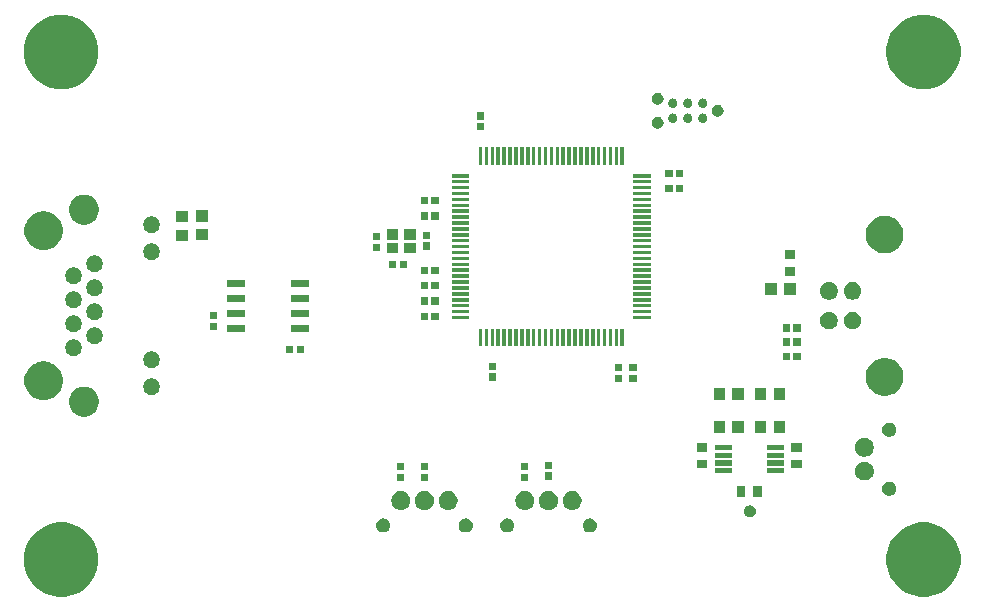
<source format=gts>
G04 #@! TF.GenerationSoftware,KiCad,Pcbnew,5.0.1-33cea8e~68~ubuntu18.04.1*
G04 #@! TF.CreationDate,2018-11-12T15:38:47+00:00*
G04 #@! TF.ProjectId,comms,636F6D6D732E6B696361645F70636200,rev?*
G04 #@! TF.SameCoordinates,Original*
G04 #@! TF.FileFunction,Soldermask,Top*
G04 #@! TF.FilePolarity,Negative*
%FSLAX46Y46*%
G04 Gerber Fmt 4.6, Leading zero omitted, Abs format (unit mm)*
G04 Created by KiCad (PCBNEW 5.0.1-33cea8e~68~ubuntu18.04.1) date Mon 12 Nov 2018 15:38:47 GMT*
%MOMM*%
%LPD*%
G01*
G04 APERTURE LIST*
%ADD10C,0.100000*%
G04 APERTURE END LIST*
D10*
G36*
X100677123Y-115687452D02*
X101250387Y-115924906D01*
X101766310Y-116269635D01*
X102205067Y-116708392D01*
X102549796Y-117224315D01*
X102787250Y-117797579D01*
X102908302Y-118406152D01*
X102908302Y-119026648D01*
X102787250Y-119635221D01*
X102549796Y-120208485D01*
X102205067Y-120724408D01*
X101766310Y-121163165D01*
X101250387Y-121507894D01*
X100677123Y-121745348D01*
X100068550Y-121866400D01*
X99448054Y-121866400D01*
X98839481Y-121745348D01*
X98266217Y-121507894D01*
X97750294Y-121163165D01*
X97311537Y-120724408D01*
X96966808Y-120208485D01*
X96729354Y-119635221D01*
X96608302Y-119026648D01*
X96608302Y-118406152D01*
X96729354Y-117797579D01*
X96966808Y-117224315D01*
X97311537Y-116708392D01*
X97750294Y-116269635D01*
X98266217Y-115924906D01*
X98839481Y-115687452D01*
X99448054Y-115566400D01*
X100068550Y-115566400D01*
X100677123Y-115687452D01*
X100677123Y-115687452D01*
G37*
G36*
X27677123Y-115687452D02*
X28250387Y-115924906D01*
X28766310Y-116269635D01*
X29205067Y-116708392D01*
X29549796Y-117224315D01*
X29787250Y-117797579D01*
X29908302Y-118406152D01*
X29908302Y-119026648D01*
X29787250Y-119635221D01*
X29549796Y-120208485D01*
X29205067Y-120724408D01*
X28766310Y-121163165D01*
X28250387Y-121507894D01*
X27677123Y-121745348D01*
X27068550Y-121866400D01*
X26448054Y-121866400D01*
X25839481Y-121745348D01*
X25266217Y-121507894D01*
X24750294Y-121163165D01*
X24311537Y-120724408D01*
X23966808Y-120208485D01*
X23729354Y-119635221D01*
X23608302Y-119026648D01*
X23608302Y-118406152D01*
X23729354Y-117797579D01*
X23966808Y-117224315D01*
X24311537Y-116708392D01*
X24750294Y-116269635D01*
X25266217Y-115924906D01*
X25839481Y-115687452D01*
X26448054Y-115566400D01*
X27068550Y-115566400D01*
X27677123Y-115687452D01*
X27677123Y-115687452D01*
G37*
G36*
X71683314Y-115239457D02*
X71683317Y-115239458D01*
X71683316Y-115239458D01*
X71792509Y-115284687D01*
X71890450Y-115350129D01*
X71890783Y-115350352D01*
X71974350Y-115433919D01*
X71974352Y-115433922D01*
X72040015Y-115532193D01*
X72077485Y-115622653D01*
X72085245Y-115641388D01*
X72108302Y-115757304D01*
X72108302Y-115875496D01*
X72085245Y-115991412D01*
X72085244Y-115991414D01*
X72040015Y-116100607D01*
X71982387Y-116186853D01*
X71974350Y-116198881D01*
X71890783Y-116282448D01*
X71890780Y-116282450D01*
X71792509Y-116348113D01*
X71702049Y-116385583D01*
X71683314Y-116393343D01*
X71567398Y-116416400D01*
X71449206Y-116416400D01*
X71333290Y-116393343D01*
X71314555Y-116385583D01*
X71224095Y-116348113D01*
X71125824Y-116282450D01*
X71125821Y-116282448D01*
X71042254Y-116198881D01*
X71034217Y-116186853D01*
X70976589Y-116100607D01*
X70931360Y-115991414D01*
X70931359Y-115991412D01*
X70908302Y-115875496D01*
X70908302Y-115757304D01*
X70931359Y-115641388D01*
X70939119Y-115622653D01*
X70976589Y-115532193D01*
X71042252Y-115433922D01*
X71042254Y-115433919D01*
X71125821Y-115350352D01*
X71126154Y-115350129D01*
X71224095Y-115284687D01*
X71333288Y-115239458D01*
X71333287Y-115239458D01*
X71333290Y-115239457D01*
X71449206Y-115216400D01*
X71567398Y-115216400D01*
X71683314Y-115239457D01*
X71683314Y-115239457D01*
G37*
G36*
X64683314Y-115239457D02*
X64683317Y-115239458D01*
X64683316Y-115239458D01*
X64792509Y-115284687D01*
X64890450Y-115350129D01*
X64890783Y-115350352D01*
X64974350Y-115433919D01*
X64974352Y-115433922D01*
X65040015Y-115532193D01*
X65077485Y-115622653D01*
X65085245Y-115641388D01*
X65108302Y-115757304D01*
X65108302Y-115875496D01*
X65085245Y-115991412D01*
X65085244Y-115991414D01*
X65040015Y-116100607D01*
X64982387Y-116186853D01*
X64974350Y-116198881D01*
X64890783Y-116282448D01*
X64890780Y-116282450D01*
X64792509Y-116348113D01*
X64702049Y-116385583D01*
X64683314Y-116393343D01*
X64567398Y-116416400D01*
X64449206Y-116416400D01*
X64333290Y-116393343D01*
X64314555Y-116385583D01*
X64224095Y-116348113D01*
X64125824Y-116282450D01*
X64125821Y-116282448D01*
X64042254Y-116198881D01*
X64034217Y-116186853D01*
X63976589Y-116100607D01*
X63931360Y-115991414D01*
X63931359Y-115991412D01*
X63908302Y-115875496D01*
X63908302Y-115757304D01*
X63931359Y-115641388D01*
X63939119Y-115622653D01*
X63976589Y-115532193D01*
X64042252Y-115433922D01*
X64042254Y-115433919D01*
X64125821Y-115350352D01*
X64126154Y-115350129D01*
X64224095Y-115284687D01*
X64333288Y-115239458D01*
X64333287Y-115239458D01*
X64333290Y-115239457D01*
X64449206Y-115216400D01*
X64567398Y-115216400D01*
X64683314Y-115239457D01*
X64683314Y-115239457D01*
G37*
G36*
X61183314Y-115239457D02*
X61183317Y-115239458D01*
X61183316Y-115239458D01*
X61292509Y-115284687D01*
X61390450Y-115350129D01*
X61390783Y-115350352D01*
X61474350Y-115433919D01*
X61474352Y-115433922D01*
X61540015Y-115532193D01*
X61577485Y-115622653D01*
X61585245Y-115641388D01*
X61608302Y-115757304D01*
X61608302Y-115875496D01*
X61585245Y-115991412D01*
X61585244Y-115991414D01*
X61540015Y-116100607D01*
X61482387Y-116186853D01*
X61474350Y-116198881D01*
X61390783Y-116282448D01*
X61390780Y-116282450D01*
X61292509Y-116348113D01*
X61202049Y-116385583D01*
X61183314Y-116393343D01*
X61067398Y-116416400D01*
X60949206Y-116416400D01*
X60833290Y-116393343D01*
X60814555Y-116385583D01*
X60724095Y-116348113D01*
X60625824Y-116282450D01*
X60625821Y-116282448D01*
X60542254Y-116198881D01*
X60534217Y-116186853D01*
X60476589Y-116100607D01*
X60431360Y-115991414D01*
X60431359Y-115991412D01*
X60408302Y-115875496D01*
X60408302Y-115757304D01*
X60431359Y-115641388D01*
X60439119Y-115622653D01*
X60476589Y-115532193D01*
X60542252Y-115433922D01*
X60542254Y-115433919D01*
X60625821Y-115350352D01*
X60626154Y-115350129D01*
X60724095Y-115284687D01*
X60833288Y-115239458D01*
X60833287Y-115239458D01*
X60833290Y-115239457D01*
X60949206Y-115216400D01*
X61067398Y-115216400D01*
X61183314Y-115239457D01*
X61183314Y-115239457D01*
G37*
G36*
X54183314Y-115239457D02*
X54183317Y-115239458D01*
X54183316Y-115239458D01*
X54292509Y-115284687D01*
X54390450Y-115350129D01*
X54390783Y-115350352D01*
X54474350Y-115433919D01*
X54474352Y-115433922D01*
X54540015Y-115532193D01*
X54577485Y-115622653D01*
X54585245Y-115641388D01*
X54608302Y-115757304D01*
X54608302Y-115875496D01*
X54585245Y-115991412D01*
X54585244Y-115991414D01*
X54540015Y-116100607D01*
X54482387Y-116186853D01*
X54474350Y-116198881D01*
X54390783Y-116282448D01*
X54390780Y-116282450D01*
X54292509Y-116348113D01*
X54202049Y-116385583D01*
X54183314Y-116393343D01*
X54067398Y-116416400D01*
X53949206Y-116416400D01*
X53833290Y-116393343D01*
X53814555Y-116385583D01*
X53724095Y-116348113D01*
X53625824Y-116282450D01*
X53625821Y-116282448D01*
X53542254Y-116198881D01*
X53534217Y-116186853D01*
X53476589Y-116100607D01*
X53431360Y-115991414D01*
X53431359Y-115991412D01*
X53408302Y-115875496D01*
X53408302Y-115757304D01*
X53431359Y-115641388D01*
X53439119Y-115622653D01*
X53476589Y-115532193D01*
X53542252Y-115433922D01*
X53542254Y-115433919D01*
X53625821Y-115350352D01*
X53626154Y-115350129D01*
X53724095Y-115284687D01*
X53833288Y-115239458D01*
X53833287Y-115239458D01*
X53833290Y-115239457D01*
X53949206Y-115216400D01*
X54067398Y-115216400D01*
X54183314Y-115239457D01*
X54183314Y-115239457D01*
G37*
G36*
X85204145Y-114135614D02*
X85204148Y-114135615D01*
X85204147Y-114135615D01*
X85295141Y-114173306D01*
X85349613Y-114209703D01*
X85377035Y-114228026D01*
X85446676Y-114297667D01*
X85446677Y-114297669D01*
X85501396Y-114379561D01*
X85501396Y-114379562D01*
X85539088Y-114470557D01*
X85558302Y-114567153D01*
X85558302Y-114665647D01*
X85539088Y-114762243D01*
X85539087Y-114762245D01*
X85501396Y-114853239D01*
X85464999Y-114907711D01*
X85446676Y-114935133D01*
X85377035Y-115004774D01*
X85349613Y-115023097D01*
X85295141Y-115059494D01*
X85230797Y-115086146D01*
X85204145Y-115097186D01*
X85107549Y-115116400D01*
X85009055Y-115116400D01*
X84912459Y-115097186D01*
X84885807Y-115086146D01*
X84821463Y-115059494D01*
X84766991Y-115023097D01*
X84739569Y-115004774D01*
X84669928Y-114935133D01*
X84651605Y-114907711D01*
X84615208Y-114853239D01*
X84577517Y-114762245D01*
X84577516Y-114762243D01*
X84558302Y-114665647D01*
X84558302Y-114567153D01*
X84577516Y-114470557D01*
X84615208Y-114379562D01*
X84615208Y-114379561D01*
X84669927Y-114297669D01*
X84669928Y-114297667D01*
X84739569Y-114228026D01*
X84766991Y-114209703D01*
X84821463Y-114173306D01*
X84912457Y-114135615D01*
X84912456Y-114135615D01*
X84912459Y-114135614D01*
X85009055Y-114116400D01*
X85107549Y-114116400D01*
X85204145Y-114135614D01*
X85204145Y-114135614D01*
G37*
G36*
X55741653Y-112947143D02*
X55887244Y-113007449D01*
X56017392Y-113094411D01*
X56018275Y-113095001D01*
X56129701Y-113206427D01*
X56129703Y-113206430D01*
X56217253Y-113337458D01*
X56277559Y-113483049D01*
X56308302Y-113637607D01*
X56308302Y-113795193D01*
X56277559Y-113949751D01*
X56217253Y-114095342D01*
X56190344Y-114135614D01*
X56129701Y-114226373D01*
X56018275Y-114337799D01*
X56018272Y-114337801D01*
X55887244Y-114425351D01*
X55778112Y-114470555D01*
X55741653Y-114485657D01*
X55587096Y-114516400D01*
X55429508Y-114516400D01*
X55274951Y-114485657D01*
X55238492Y-114470555D01*
X55129360Y-114425351D01*
X54998332Y-114337801D01*
X54998329Y-114337799D01*
X54886903Y-114226373D01*
X54826260Y-114135614D01*
X54799351Y-114095342D01*
X54739045Y-113949751D01*
X54708302Y-113795193D01*
X54708302Y-113637607D01*
X54739045Y-113483049D01*
X54799351Y-113337458D01*
X54886901Y-113206430D01*
X54886903Y-113206427D01*
X54998329Y-113095001D01*
X54999212Y-113094411D01*
X55129360Y-113007449D01*
X55274951Y-112947143D01*
X55429508Y-112916400D01*
X55587096Y-112916400D01*
X55741653Y-112947143D01*
X55741653Y-112947143D01*
G37*
G36*
X57741653Y-112947143D02*
X57887244Y-113007449D01*
X58017392Y-113094411D01*
X58018275Y-113095001D01*
X58129701Y-113206427D01*
X58129703Y-113206430D01*
X58217253Y-113337458D01*
X58277559Y-113483049D01*
X58308302Y-113637607D01*
X58308302Y-113795193D01*
X58277559Y-113949751D01*
X58217253Y-114095342D01*
X58190344Y-114135614D01*
X58129701Y-114226373D01*
X58018275Y-114337799D01*
X58018272Y-114337801D01*
X57887244Y-114425351D01*
X57778112Y-114470555D01*
X57741653Y-114485657D01*
X57587096Y-114516400D01*
X57429508Y-114516400D01*
X57274951Y-114485657D01*
X57238492Y-114470555D01*
X57129360Y-114425351D01*
X56998332Y-114337801D01*
X56998329Y-114337799D01*
X56886903Y-114226373D01*
X56826260Y-114135614D01*
X56799351Y-114095342D01*
X56739045Y-113949751D01*
X56708302Y-113795193D01*
X56708302Y-113637607D01*
X56739045Y-113483049D01*
X56799351Y-113337458D01*
X56886901Y-113206430D01*
X56886903Y-113206427D01*
X56998329Y-113095001D01*
X56999212Y-113094411D01*
X57129360Y-113007449D01*
X57274951Y-112947143D01*
X57429508Y-112916400D01*
X57587096Y-112916400D01*
X57741653Y-112947143D01*
X57741653Y-112947143D01*
G37*
G36*
X59741653Y-112947143D02*
X59887244Y-113007449D01*
X60017392Y-113094411D01*
X60018275Y-113095001D01*
X60129701Y-113206427D01*
X60129703Y-113206430D01*
X60217253Y-113337458D01*
X60277559Y-113483049D01*
X60308302Y-113637607D01*
X60308302Y-113795193D01*
X60277559Y-113949751D01*
X60217253Y-114095342D01*
X60190344Y-114135614D01*
X60129701Y-114226373D01*
X60018275Y-114337799D01*
X60018272Y-114337801D01*
X59887244Y-114425351D01*
X59778112Y-114470555D01*
X59741653Y-114485657D01*
X59587096Y-114516400D01*
X59429508Y-114516400D01*
X59274951Y-114485657D01*
X59238492Y-114470555D01*
X59129360Y-114425351D01*
X58998332Y-114337801D01*
X58998329Y-114337799D01*
X58886903Y-114226373D01*
X58826260Y-114135614D01*
X58799351Y-114095342D01*
X58739045Y-113949751D01*
X58708302Y-113795193D01*
X58708302Y-113637607D01*
X58739045Y-113483049D01*
X58799351Y-113337458D01*
X58886901Y-113206430D01*
X58886903Y-113206427D01*
X58998329Y-113095001D01*
X58999212Y-113094411D01*
X59129360Y-113007449D01*
X59274951Y-112947143D01*
X59429508Y-112916400D01*
X59587096Y-112916400D01*
X59741653Y-112947143D01*
X59741653Y-112947143D01*
G37*
G36*
X68241653Y-112947143D02*
X68387244Y-113007449D01*
X68517392Y-113094411D01*
X68518275Y-113095001D01*
X68629701Y-113206427D01*
X68629703Y-113206430D01*
X68717253Y-113337458D01*
X68777559Y-113483049D01*
X68808302Y-113637607D01*
X68808302Y-113795193D01*
X68777559Y-113949751D01*
X68717253Y-114095342D01*
X68690344Y-114135614D01*
X68629701Y-114226373D01*
X68518275Y-114337799D01*
X68518272Y-114337801D01*
X68387244Y-114425351D01*
X68278112Y-114470555D01*
X68241653Y-114485657D01*
X68087096Y-114516400D01*
X67929508Y-114516400D01*
X67774951Y-114485657D01*
X67738492Y-114470555D01*
X67629360Y-114425351D01*
X67498332Y-114337801D01*
X67498329Y-114337799D01*
X67386903Y-114226373D01*
X67326260Y-114135614D01*
X67299351Y-114095342D01*
X67239045Y-113949751D01*
X67208302Y-113795193D01*
X67208302Y-113637607D01*
X67239045Y-113483049D01*
X67299351Y-113337458D01*
X67386901Y-113206430D01*
X67386903Y-113206427D01*
X67498329Y-113095001D01*
X67499212Y-113094411D01*
X67629360Y-113007449D01*
X67774951Y-112947143D01*
X67929508Y-112916400D01*
X68087096Y-112916400D01*
X68241653Y-112947143D01*
X68241653Y-112947143D01*
G37*
G36*
X66241653Y-112947143D02*
X66387244Y-113007449D01*
X66517392Y-113094411D01*
X66518275Y-113095001D01*
X66629701Y-113206427D01*
X66629703Y-113206430D01*
X66717253Y-113337458D01*
X66777559Y-113483049D01*
X66808302Y-113637607D01*
X66808302Y-113795193D01*
X66777559Y-113949751D01*
X66717253Y-114095342D01*
X66690344Y-114135614D01*
X66629701Y-114226373D01*
X66518275Y-114337799D01*
X66518272Y-114337801D01*
X66387244Y-114425351D01*
X66278112Y-114470555D01*
X66241653Y-114485657D01*
X66087096Y-114516400D01*
X65929508Y-114516400D01*
X65774951Y-114485657D01*
X65738492Y-114470555D01*
X65629360Y-114425351D01*
X65498332Y-114337801D01*
X65498329Y-114337799D01*
X65386903Y-114226373D01*
X65326260Y-114135614D01*
X65299351Y-114095342D01*
X65239045Y-113949751D01*
X65208302Y-113795193D01*
X65208302Y-113637607D01*
X65239045Y-113483049D01*
X65299351Y-113337458D01*
X65386901Y-113206430D01*
X65386903Y-113206427D01*
X65498329Y-113095001D01*
X65499212Y-113094411D01*
X65629360Y-113007449D01*
X65774951Y-112947143D01*
X65929508Y-112916400D01*
X66087096Y-112916400D01*
X66241653Y-112947143D01*
X66241653Y-112947143D01*
G37*
G36*
X70241653Y-112947143D02*
X70387244Y-113007449D01*
X70517392Y-113094411D01*
X70518275Y-113095001D01*
X70629701Y-113206427D01*
X70629703Y-113206430D01*
X70717253Y-113337458D01*
X70777559Y-113483049D01*
X70808302Y-113637607D01*
X70808302Y-113795193D01*
X70777559Y-113949751D01*
X70717253Y-114095342D01*
X70690344Y-114135614D01*
X70629701Y-114226373D01*
X70518275Y-114337799D01*
X70518272Y-114337801D01*
X70387244Y-114425351D01*
X70278112Y-114470555D01*
X70241653Y-114485657D01*
X70087096Y-114516400D01*
X69929508Y-114516400D01*
X69774951Y-114485657D01*
X69738492Y-114470555D01*
X69629360Y-114425351D01*
X69498332Y-114337801D01*
X69498329Y-114337799D01*
X69386903Y-114226373D01*
X69326260Y-114135614D01*
X69299351Y-114095342D01*
X69239045Y-113949751D01*
X69208302Y-113795193D01*
X69208302Y-113637607D01*
X69239045Y-113483049D01*
X69299351Y-113337458D01*
X69386901Y-113206430D01*
X69386903Y-113206427D01*
X69498329Y-113095001D01*
X69499212Y-113094411D01*
X69629360Y-113007449D01*
X69774951Y-112947143D01*
X69929508Y-112916400D01*
X70087096Y-112916400D01*
X70241653Y-112947143D01*
X70241653Y-112947143D01*
G37*
G36*
X86083302Y-113416400D02*
X85333302Y-113416400D01*
X85333302Y-112516400D01*
X86083302Y-112516400D01*
X86083302Y-113416400D01*
X86083302Y-113416400D01*
G37*
G36*
X84683302Y-113416400D02*
X83933302Y-113416400D01*
X83933302Y-112516400D01*
X84683302Y-112516400D01*
X84683302Y-113416400D01*
X84683302Y-113416400D01*
G37*
G36*
X97033314Y-112139457D02*
X97033317Y-112139458D01*
X97033316Y-112139458D01*
X97142509Y-112184687D01*
X97240450Y-112250129D01*
X97240783Y-112250352D01*
X97324350Y-112333919D01*
X97324352Y-112333922D01*
X97390015Y-112432193D01*
X97427485Y-112522653D01*
X97435245Y-112541388D01*
X97458302Y-112657304D01*
X97458302Y-112775496D01*
X97435245Y-112891412D01*
X97435244Y-112891414D01*
X97390015Y-113000607D01*
X97324573Y-113098548D01*
X97324350Y-113098881D01*
X97240783Y-113182448D01*
X97240780Y-113182450D01*
X97142509Y-113248113D01*
X97052049Y-113285583D01*
X97033314Y-113293343D01*
X96917398Y-113316400D01*
X96799206Y-113316400D01*
X96683290Y-113293343D01*
X96664555Y-113285583D01*
X96574095Y-113248113D01*
X96475824Y-113182450D01*
X96475821Y-113182448D01*
X96392254Y-113098881D01*
X96392031Y-113098548D01*
X96326589Y-113000607D01*
X96281360Y-112891414D01*
X96281359Y-112891412D01*
X96258302Y-112775496D01*
X96258302Y-112657304D01*
X96281359Y-112541388D01*
X96289119Y-112522653D01*
X96326589Y-112432193D01*
X96392252Y-112333922D01*
X96392254Y-112333919D01*
X96475821Y-112250352D01*
X96476154Y-112250129D01*
X96574095Y-112184687D01*
X96683288Y-112139458D01*
X96683287Y-112139458D01*
X96683290Y-112139457D01*
X96799206Y-112116400D01*
X96917398Y-112116400D01*
X97033314Y-112139457D01*
X97033314Y-112139457D01*
G37*
G36*
X57810000Y-112060000D02*
X57190000Y-112060000D01*
X57190000Y-111440000D01*
X57810000Y-111440000D01*
X57810000Y-112060000D01*
X57810000Y-112060000D01*
G37*
G36*
X66310000Y-112060000D02*
X65690000Y-112060000D01*
X65690000Y-111440000D01*
X66310000Y-111440000D01*
X66310000Y-112060000D01*
X66310000Y-112060000D01*
G37*
G36*
X55810000Y-112060000D02*
X55190000Y-112060000D01*
X55190000Y-111440000D01*
X55810000Y-111440000D01*
X55810000Y-112060000D01*
X55810000Y-112060000D01*
G37*
G36*
X94955742Y-110440000D02*
X94991653Y-110447143D01*
X95137244Y-110507449D01*
X95267392Y-110594411D01*
X95268275Y-110595001D01*
X95379701Y-110706427D01*
X95379703Y-110706430D01*
X95467253Y-110837458D01*
X95467253Y-110837459D01*
X95527559Y-110983049D01*
X95558302Y-111137606D01*
X95558302Y-111295194D01*
X95534193Y-111416400D01*
X95527559Y-111449751D01*
X95467253Y-111595342D01*
X95380291Y-111725490D01*
X95379701Y-111726373D01*
X95268275Y-111837799D01*
X95268272Y-111837801D01*
X95137244Y-111925351D01*
X95053594Y-111960000D01*
X94991653Y-111985657D01*
X94837096Y-112016400D01*
X94679508Y-112016400D01*
X94524951Y-111985657D01*
X94463010Y-111960000D01*
X94379360Y-111925351D01*
X94248332Y-111837801D01*
X94248329Y-111837799D01*
X94136903Y-111726373D01*
X94136313Y-111725490D01*
X94049351Y-111595342D01*
X93989045Y-111449751D01*
X93982411Y-111416400D01*
X93958302Y-111295194D01*
X93958302Y-111137606D01*
X93989045Y-110983049D01*
X94049351Y-110837459D01*
X94049351Y-110837458D01*
X94136901Y-110706430D01*
X94136903Y-110706427D01*
X94248329Y-110595001D01*
X94249212Y-110594411D01*
X94379360Y-110507449D01*
X94524951Y-110447143D01*
X94560862Y-110440000D01*
X94679508Y-110416400D01*
X94837096Y-110416400D01*
X94955742Y-110440000D01*
X94955742Y-110440000D01*
G37*
G36*
X68310000Y-111960000D02*
X67690000Y-111960000D01*
X67690000Y-111340000D01*
X68310000Y-111340000D01*
X68310000Y-111960000D01*
X68310000Y-111960000D01*
G37*
G36*
X87933302Y-111416400D02*
X86483302Y-111416400D01*
X86483302Y-110966400D01*
X87933302Y-110966400D01*
X87933302Y-111416400D01*
X87933302Y-111416400D01*
G37*
G36*
X83533302Y-111416400D02*
X82083302Y-111416400D01*
X82083302Y-110966400D01*
X83533302Y-110966400D01*
X83533302Y-111416400D01*
X83533302Y-111416400D01*
G37*
G36*
X57810000Y-111160000D02*
X57190000Y-111160000D01*
X57190000Y-110540000D01*
X57810000Y-110540000D01*
X57810000Y-111160000D01*
X57810000Y-111160000D01*
G37*
G36*
X55810000Y-111160000D02*
X55190000Y-111160000D01*
X55190000Y-110540000D01*
X55810000Y-110540000D01*
X55810000Y-111160000D01*
X55810000Y-111160000D01*
G37*
G36*
X66310000Y-111160000D02*
X65690000Y-111160000D01*
X65690000Y-110540000D01*
X66310000Y-110540000D01*
X66310000Y-111160000D01*
X66310000Y-111160000D01*
G37*
G36*
X68310000Y-111060000D02*
X67690000Y-111060000D01*
X67690000Y-110440000D01*
X68310000Y-110440000D01*
X68310000Y-111060000D01*
X68310000Y-111060000D01*
G37*
G36*
X81458302Y-110991400D02*
X80558302Y-110991400D01*
X80558302Y-110241400D01*
X81458302Y-110241400D01*
X81458302Y-110991400D01*
X81458302Y-110991400D01*
G37*
G36*
X89458302Y-110991400D02*
X88558302Y-110991400D01*
X88558302Y-110241400D01*
X89458302Y-110241400D01*
X89458302Y-110991400D01*
X89458302Y-110991400D01*
G37*
G36*
X83533302Y-110766400D02*
X82083302Y-110766400D01*
X82083302Y-110316400D01*
X83533302Y-110316400D01*
X83533302Y-110766400D01*
X83533302Y-110766400D01*
G37*
G36*
X87933302Y-110766400D02*
X86483302Y-110766400D01*
X86483302Y-110316400D01*
X87933302Y-110316400D01*
X87933302Y-110766400D01*
X87933302Y-110766400D01*
G37*
G36*
X83533302Y-110116400D02*
X82083302Y-110116400D01*
X82083302Y-109666400D01*
X83533302Y-109666400D01*
X83533302Y-110116400D01*
X83533302Y-110116400D01*
G37*
G36*
X87933302Y-110116400D02*
X86483302Y-110116400D01*
X86483302Y-109666400D01*
X87933302Y-109666400D01*
X87933302Y-110116400D01*
X87933302Y-110116400D01*
G37*
G36*
X94991653Y-108447143D02*
X95137244Y-108507449D01*
X95267392Y-108594411D01*
X95268275Y-108595001D01*
X95379701Y-108706427D01*
X95379703Y-108706430D01*
X95467253Y-108837458D01*
X95527559Y-108983049D01*
X95558302Y-109137607D01*
X95558302Y-109295193D01*
X95527559Y-109449751D01*
X95467253Y-109595342D01*
X95380291Y-109725490D01*
X95379701Y-109726373D01*
X95268275Y-109837799D01*
X95268272Y-109837801D01*
X95137244Y-109925351D01*
X94991653Y-109985657D01*
X94837096Y-110016400D01*
X94679508Y-110016400D01*
X94524951Y-109985657D01*
X94379360Y-109925351D01*
X94248332Y-109837801D01*
X94248329Y-109837799D01*
X94136903Y-109726373D01*
X94136313Y-109725490D01*
X94049351Y-109595342D01*
X93989045Y-109449751D01*
X93958302Y-109295193D01*
X93958302Y-109137607D01*
X93989045Y-108983049D01*
X94049351Y-108837458D01*
X94136901Y-108706430D01*
X94136903Y-108706427D01*
X94248329Y-108595001D01*
X94249212Y-108594411D01*
X94379360Y-108507449D01*
X94524951Y-108447143D01*
X94679508Y-108416400D01*
X94837096Y-108416400D01*
X94991653Y-108447143D01*
X94991653Y-108447143D01*
G37*
G36*
X81458302Y-109591400D02*
X80558302Y-109591400D01*
X80558302Y-108841400D01*
X81458302Y-108841400D01*
X81458302Y-109591400D01*
X81458302Y-109591400D01*
G37*
G36*
X89458302Y-109591400D02*
X88558302Y-109591400D01*
X88558302Y-108841400D01*
X89458302Y-108841400D01*
X89458302Y-109591400D01*
X89458302Y-109591400D01*
G37*
G36*
X87933302Y-109466400D02*
X86483302Y-109466400D01*
X86483302Y-109016400D01*
X87933302Y-109016400D01*
X87933302Y-109466400D01*
X87933302Y-109466400D01*
G37*
G36*
X83533302Y-109466400D02*
X82083302Y-109466400D01*
X82083302Y-109016400D01*
X83533302Y-109016400D01*
X83533302Y-109466400D01*
X83533302Y-109466400D01*
G37*
G36*
X97033314Y-107139457D02*
X97033317Y-107139458D01*
X97033316Y-107139458D01*
X97142509Y-107184687D01*
X97240450Y-107250129D01*
X97240783Y-107250352D01*
X97324350Y-107333919D01*
X97324352Y-107333922D01*
X97390015Y-107432193D01*
X97427485Y-107522653D01*
X97435245Y-107541388D01*
X97458302Y-107657304D01*
X97458302Y-107775496D01*
X97435245Y-107891412D01*
X97435244Y-107891414D01*
X97390015Y-108000607D01*
X97324573Y-108098548D01*
X97324350Y-108098881D01*
X97240783Y-108182448D01*
X97240780Y-108182450D01*
X97142509Y-108248113D01*
X97052049Y-108285583D01*
X97033314Y-108293343D01*
X96917398Y-108316400D01*
X96799206Y-108316400D01*
X96683290Y-108293343D01*
X96664555Y-108285583D01*
X96574095Y-108248113D01*
X96475824Y-108182450D01*
X96475821Y-108182448D01*
X96392254Y-108098881D01*
X96392031Y-108098548D01*
X96326589Y-108000607D01*
X96281360Y-107891414D01*
X96281359Y-107891412D01*
X96258302Y-107775496D01*
X96258302Y-107657304D01*
X96281359Y-107541388D01*
X96289119Y-107522653D01*
X96326589Y-107432193D01*
X96392252Y-107333922D01*
X96392254Y-107333919D01*
X96475821Y-107250352D01*
X96476154Y-107250129D01*
X96574095Y-107184687D01*
X96683288Y-107139458D01*
X96683287Y-107139458D01*
X96683290Y-107139457D01*
X96799206Y-107116400D01*
X96917398Y-107116400D01*
X97033314Y-107139457D01*
X97033314Y-107139457D01*
G37*
G36*
X84533302Y-107966400D02*
X83583302Y-107966400D01*
X83583302Y-106966400D01*
X84533302Y-106966400D01*
X84533302Y-107966400D01*
X84533302Y-107966400D01*
G37*
G36*
X82933302Y-107966400D02*
X81983302Y-107966400D01*
X81983302Y-106966400D01*
X82933302Y-106966400D01*
X82933302Y-107966400D01*
X82933302Y-107966400D01*
G37*
G36*
X86433302Y-107966400D02*
X85483302Y-107966400D01*
X85483302Y-106966400D01*
X86433302Y-106966400D01*
X86433302Y-107966400D01*
X86433302Y-107966400D01*
G37*
G36*
X88033302Y-107966400D02*
X87083302Y-107966400D01*
X87083302Y-106966400D01*
X88033302Y-106966400D01*
X88033302Y-107966400D01*
X88033302Y-107966400D01*
G37*
G36*
X29057747Y-104123205D02*
X29288874Y-104218941D01*
X29496881Y-104357927D01*
X29673775Y-104534821D01*
X29812761Y-104742828D01*
X29908497Y-104973955D01*
X29957302Y-105219315D01*
X29957302Y-105469485D01*
X29908497Y-105714845D01*
X29812761Y-105945972D01*
X29673775Y-106153979D01*
X29496881Y-106330873D01*
X29288874Y-106469859D01*
X29057747Y-106565595D01*
X28812387Y-106614400D01*
X28562217Y-106614400D01*
X28316857Y-106565595D01*
X28085730Y-106469859D01*
X27877723Y-106330873D01*
X27700829Y-106153979D01*
X27561843Y-105945972D01*
X27466107Y-105714845D01*
X27417302Y-105469485D01*
X27417302Y-105219315D01*
X27466107Y-104973955D01*
X27561843Y-104742828D01*
X27700829Y-104534821D01*
X27877723Y-104357927D01*
X28085730Y-104218941D01*
X28316857Y-104123205D01*
X28562217Y-104074400D01*
X28812387Y-104074400D01*
X29057747Y-104123205D01*
X29057747Y-104123205D01*
G37*
G36*
X82933302Y-105216400D02*
X81983302Y-105216400D01*
X81983302Y-104216400D01*
X82933302Y-104216400D01*
X82933302Y-105216400D01*
X82933302Y-105216400D01*
G37*
G36*
X88033302Y-105216400D02*
X87083302Y-105216400D01*
X87083302Y-104216400D01*
X88033302Y-104216400D01*
X88033302Y-105216400D01*
X88033302Y-105216400D01*
G37*
G36*
X86433302Y-105216400D02*
X85483302Y-105216400D01*
X85483302Y-104216400D01*
X86433302Y-104216400D01*
X86433302Y-105216400D01*
X86433302Y-105216400D01*
G37*
G36*
X84533302Y-105216400D02*
X83583302Y-105216400D01*
X83583302Y-104216400D01*
X84533302Y-104216400D01*
X84533302Y-105216400D01*
X84533302Y-105216400D01*
G37*
G36*
X25575441Y-101972035D02*
X25732472Y-102003270D01*
X25860738Y-102056400D01*
X26014217Y-102119973D01*
X26028313Y-102125812D01*
X26074091Y-102156400D01*
X26294564Y-102303715D01*
X26520987Y-102530138D01*
X26520988Y-102530140D01*
X26698890Y-102796389D01*
X26815875Y-103078814D01*
X26821432Y-103092231D01*
X26877559Y-103374400D01*
X26883902Y-103406292D01*
X26883902Y-103726508D01*
X26828417Y-104005456D01*
X26821432Y-104040569D01*
X26698891Y-104336409D01*
X26520987Y-104602662D01*
X26294564Y-104829085D01*
X26283616Y-104836400D01*
X26028313Y-105006988D01*
X25732472Y-105129530D01*
X25575441Y-105160765D01*
X25418411Y-105192000D01*
X25098193Y-105192000D01*
X24941163Y-105160765D01*
X24784132Y-105129530D01*
X24488291Y-105006988D01*
X24232988Y-104836400D01*
X24222040Y-104829085D01*
X23995617Y-104602662D01*
X23817713Y-104336409D01*
X23695172Y-104040569D01*
X23688188Y-104005456D01*
X23632702Y-103726508D01*
X23632702Y-103406292D01*
X23639046Y-103374400D01*
X23695172Y-103092231D01*
X23700730Y-103078814D01*
X23817714Y-102796389D01*
X23995616Y-102530140D01*
X23995617Y-102530138D01*
X24222040Y-102303715D01*
X24442513Y-102156400D01*
X24488291Y-102125812D01*
X24502388Y-102119973D01*
X24655866Y-102056400D01*
X24784132Y-102003270D01*
X24941163Y-101972035D01*
X25098193Y-101940800D01*
X25418411Y-101940800D01*
X25575441Y-101972035D01*
X25575441Y-101972035D01*
G37*
G36*
X96935003Y-101697886D02*
X96935006Y-101697887D01*
X96935005Y-101697887D01*
X97226186Y-101818498D01*
X97400497Y-101934969D01*
X97488245Y-101993600D01*
X97711102Y-102216457D01*
X97723242Y-102234626D01*
X97886204Y-102478516D01*
X97907587Y-102530140D01*
X98006816Y-102769699D01*
X98068302Y-103078812D01*
X98068302Y-103393988D01*
X98006816Y-103703101D01*
X98006815Y-103703103D01*
X97886204Y-103994284D01*
X97769733Y-104168595D01*
X97711102Y-104256343D01*
X97488245Y-104479200D01*
X97426249Y-104520624D01*
X97226186Y-104654302D01*
X97128579Y-104694732D01*
X96935003Y-104774914D01*
X96625890Y-104836400D01*
X96310714Y-104836400D01*
X96001601Y-104774914D01*
X95808025Y-104694732D01*
X95710418Y-104654302D01*
X95510355Y-104520624D01*
X95448359Y-104479200D01*
X95225502Y-104256343D01*
X95166871Y-104168595D01*
X95050400Y-103994284D01*
X94929789Y-103703103D01*
X94929788Y-103703101D01*
X94868302Y-103393988D01*
X94868302Y-103078812D01*
X94929788Y-102769699D01*
X95029017Y-102530140D01*
X95050400Y-102478516D01*
X95213362Y-102234626D01*
X95225502Y-102216457D01*
X95448359Y-101993600D01*
X95536107Y-101934969D01*
X95710418Y-101818498D01*
X96001599Y-101697887D01*
X96001598Y-101697887D01*
X96001601Y-101697886D01*
X96310714Y-101636400D01*
X96625890Y-101636400D01*
X96935003Y-101697886D01*
X96935003Y-101697886D01*
G37*
G36*
X34606484Y-103401300D02*
X34696563Y-103438613D01*
X34733876Y-103454068D01*
X34848526Y-103530674D01*
X34946028Y-103628176D01*
X35022634Y-103742826D01*
X35022634Y-103742827D01*
X35075402Y-103870218D01*
X35102302Y-104005455D01*
X35102302Y-104143345D01*
X35075402Y-104278582D01*
X35051448Y-104336411D01*
X35022634Y-104405974D01*
X34946028Y-104520624D01*
X34848526Y-104618126D01*
X34733876Y-104694732D01*
X34696563Y-104710187D01*
X34606484Y-104747500D01*
X34471247Y-104774400D01*
X34333357Y-104774400D01*
X34198120Y-104747500D01*
X34108041Y-104710187D01*
X34070728Y-104694732D01*
X33956078Y-104618126D01*
X33858576Y-104520624D01*
X33781970Y-104405974D01*
X33753156Y-104336411D01*
X33729202Y-104278582D01*
X33702302Y-104143345D01*
X33702302Y-104005455D01*
X33729202Y-103870218D01*
X33781970Y-103742827D01*
X33781970Y-103742826D01*
X33858576Y-103628176D01*
X33956078Y-103530674D01*
X34070728Y-103454068D01*
X34108041Y-103438613D01*
X34198120Y-103401300D01*
X34333357Y-103374400D01*
X34471247Y-103374400D01*
X34606484Y-103401300D01*
X34606484Y-103401300D01*
G37*
G36*
X75468302Y-103676400D02*
X74848302Y-103676400D01*
X74848302Y-103056400D01*
X75468302Y-103056400D01*
X75468302Y-103676400D01*
X75468302Y-103676400D01*
G37*
G36*
X74268302Y-103676400D02*
X73648302Y-103676400D01*
X73648302Y-103056400D01*
X74268302Y-103056400D01*
X74268302Y-103676400D01*
X74268302Y-103676400D01*
G37*
G36*
X63568302Y-103576400D02*
X62948302Y-103576400D01*
X62948302Y-102956400D01*
X63568302Y-102956400D01*
X63568302Y-103576400D01*
X63568302Y-103576400D01*
G37*
G36*
X75468302Y-102776400D02*
X74848302Y-102776400D01*
X74848302Y-102156400D01*
X75468302Y-102156400D01*
X75468302Y-102776400D01*
X75468302Y-102776400D01*
G37*
G36*
X74268302Y-102776400D02*
X73648302Y-102776400D01*
X73648302Y-102156400D01*
X74268302Y-102156400D01*
X74268302Y-102776400D01*
X74268302Y-102776400D01*
G37*
G36*
X63568302Y-102676400D02*
X62948302Y-102676400D01*
X62948302Y-102056400D01*
X63568302Y-102056400D01*
X63568302Y-102676400D01*
X63568302Y-102676400D01*
G37*
G36*
X34606484Y-101115300D02*
X34696563Y-101152613D01*
X34733876Y-101168068D01*
X34848526Y-101244674D01*
X34946028Y-101342176D01*
X35022634Y-101456826D01*
X35022634Y-101456827D01*
X35075402Y-101584218D01*
X35102302Y-101719455D01*
X35102302Y-101857345D01*
X35075402Y-101992582D01*
X35048967Y-102056400D01*
X35022634Y-102119974D01*
X34946028Y-102234624D01*
X34848526Y-102332126D01*
X34733876Y-102408732D01*
X34696563Y-102424187D01*
X34606484Y-102461500D01*
X34471247Y-102488400D01*
X34333357Y-102488400D01*
X34198120Y-102461500D01*
X34108041Y-102424187D01*
X34070728Y-102408732D01*
X33956078Y-102332126D01*
X33858576Y-102234624D01*
X33781970Y-102119974D01*
X33755637Y-102056400D01*
X33729202Y-101992582D01*
X33702302Y-101857345D01*
X33702302Y-101719455D01*
X33729202Y-101584218D01*
X33781970Y-101456827D01*
X33781970Y-101456826D01*
X33858576Y-101342176D01*
X33956078Y-101244674D01*
X34070728Y-101168068D01*
X34108041Y-101152613D01*
X34198120Y-101115300D01*
X34333357Y-101088400D01*
X34471247Y-101088400D01*
X34606484Y-101115300D01*
X34606484Y-101115300D01*
G37*
G36*
X88460000Y-101810000D02*
X87840000Y-101810000D01*
X87840000Y-101190000D01*
X88460000Y-101190000D01*
X88460000Y-101810000D01*
X88460000Y-101810000D01*
G37*
G36*
X89360000Y-101810000D02*
X88740000Y-101810000D01*
X88740000Y-101190000D01*
X89360000Y-101190000D01*
X89360000Y-101810000D01*
X89360000Y-101810000D01*
G37*
G36*
X28002484Y-100099300D02*
X28092563Y-100136613D01*
X28129876Y-100152068D01*
X28244526Y-100228674D01*
X28342028Y-100326176D01*
X28418634Y-100440826D01*
X28418634Y-100440827D01*
X28471402Y-100568218D01*
X28498302Y-100703455D01*
X28498302Y-100841345D01*
X28471402Y-100976582D01*
X28434089Y-101066661D01*
X28418634Y-101103974D01*
X28342028Y-101218624D01*
X28244526Y-101316126D01*
X28129876Y-101392732D01*
X28092563Y-101408187D01*
X28002484Y-101445500D01*
X27867247Y-101472400D01*
X27729357Y-101472400D01*
X27594120Y-101445500D01*
X27504041Y-101408187D01*
X27466728Y-101392732D01*
X27352078Y-101316126D01*
X27254576Y-101218624D01*
X27177970Y-101103974D01*
X27162515Y-101066661D01*
X27125202Y-100976582D01*
X27098302Y-100841345D01*
X27098302Y-100703455D01*
X27125202Y-100568218D01*
X27177970Y-100440827D01*
X27177970Y-100440826D01*
X27254576Y-100326176D01*
X27352078Y-100228674D01*
X27466728Y-100152068D01*
X27504041Y-100136613D01*
X27594120Y-100099300D01*
X27729357Y-100072400D01*
X27867247Y-100072400D01*
X28002484Y-100099300D01*
X28002484Y-100099300D01*
G37*
G36*
X46418302Y-101226400D02*
X45798302Y-101226400D01*
X45798302Y-100606400D01*
X46418302Y-100606400D01*
X46418302Y-101226400D01*
X46418302Y-101226400D01*
G37*
G36*
X47318302Y-101226400D02*
X46698302Y-101226400D01*
X46698302Y-100606400D01*
X47318302Y-100606400D01*
X47318302Y-101226400D01*
X47318302Y-101226400D01*
G37*
G36*
X67908302Y-100666400D02*
X67608302Y-100666400D01*
X67608302Y-99166400D01*
X67908302Y-99166400D01*
X67908302Y-100666400D01*
X67908302Y-100666400D01*
G37*
G36*
X62408302Y-100666400D02*
X62108302Y-100666400D01*
X62108302Y-99166400D01*
X62408302Y-99166400D01*
X62408302Y-100666400D01*
X62408302Y-100666400D01*
G37*
G36*
X62908302Y-100666400D02*
X62608302Y-100666400D01*
X62608302Y-99166400D01*
X62908302Y-99166400D01*
X62908302Y-100666400D01*
X62908302Y-100666400D01*
G37*
G36*
X63408302Y-100666400D02*
X63108302Y-100666400D01*
X63108302Y-99166400D01*
X63408302Y-99166400D01*
X63408302Y-100666400D01*
X63408302Y-100666400D01*
G37*
G36*
X63908302Y-100666400D02*
X63608302Y-100666400D01*
X63608302Y-99166400D01*
X63908302Y-99166400D01*
X63908302Y-100666400D01*
X63908302Y-100666400D01*
G37*
G36*
X64908302Y-100666400D02*
X64608302Y-100666400D01*
X64608302Y-99166400D01*
X64908302Y-99166400D01*
X64908302Y-100666400D01*
X64908302Y-100666400D01*
G37*
G36*
X65408302Y-100666400D02*
X65108302Y-100666400D01*
X65108302Y-99166400D01*
X65408302Y-99166400D01*
X65408302Y-100666400D01*
X65408302Y-100666400D01*
G37*
G36*
X65908302Y-100666400D02*
X65608302Y-100666400D01*
X65608302Y-99166400D01*
X65908302Y-99166400D01*
X65908302Y-100666400D01*
X65908302Y-100666400D01*
G37*
G36*
X66408302Y-100666400D02*
X66108302Y-100666400D01*
X66108302Y-99166400D01*
X66408302Y-99166400D01*
X66408302Y-100666400D01*
X66408302Y-100666400D01*
G37*
G36*
X66908302Y-100666400D02*
X66608302Y-100666400D01*
X66608302Y-99166400D01*
X66908302Y-99166400D01*
X66908302Y-100666400D01*
X66908302Y-100666400D01*
G37*
G36*
X67408302Y-100666400D02*
X67108302Y-100666400D01*
X67108302Y-99166400D01*
X67408302Y-99166400D01*
X67408302Y-100666400D01*
X67408302Y-100666400D01*
G37*
G36*
X68908302Y-100666400D02*
X68608302Y-100666400D01*
X68608302Y-99166400D01*
X68908302Y-99166400D01*
X68908302Y-100666400D01*
X68908302Y-100666400D01*
G37*
G36*
X72908302Y-100666400D02*
X72608302Y-100666400D01*
X72608302Y-99166400D01*
X72908302Y-99166400D01*
X72908302Y-100666400D01*
X72908302Y-100666400D01*
G37*
G36*
X73408302Y-100666400D02*
X73108302Y-100666400D01*
X73108302Y-99166400D01*
X73408302Y-99166400D01*
X73408302Y-100666400D01*
X73408302Y-100666400D01*
G37*
G36*
X71908302Y-100666400D02*
X71608302Y-100666400D01*
X71608302Y-99166400D01*
X71908302Y-99166400D01*
X71908302Y-100666400D01*
X71908302Y-100666400D01*
G37*
G36*
X74408302Y-100666400D02*
X74108302Y-100666400D01*
X74108302Y-99166400D01*
X74408302Y-99166400D01*
X74408302Y-100666400D01*
X74408302Y-100666400D01*
G37*
G36*
X73908302Y-100666400D02*
X73608302Y-100666400D01*
X73608302Y-99166400D01*
X73908302Y-99166400D01*
X73908302Y-100666400D01*
X73908302Y-100666400D01*
G37*
G36*
X72408302Y-100666400D02*
X72108302Y-100666400D01*
X72108302Y-99166400D01*
X72408302Y-99166400D01*
X72408302Y-100666400D01*
X72408302Y-100666400D01*
G37*
G36*
X64408302Y-100666400D02*
X64108302Y-100666400D01*
X64108302Y-99166400D01*
X64408302Y-99166400D01*
X64408302Y-100666400D01*
X64408302Y-100666400D01*
G37*
G36*
X69408302Y-100666400D02*
X69108302Y-100666400D01*
X69108302Y-99166400D01*
X69408302Y-99166400D01*
X69408302Y-100666400D01*
X69408302Y-100666400D01*
G37*
G36*
X68408302Y-100666400D02*
X68108302Y-100666400D01*
X68108302Y-99166400D01*
X68408302Y-99166400D01*
X68408302Y-100666400D01*
X68408302Y-100666400D01*
G37*
G36*
X69908302Y-100666400D02*
X69608302Y-100666400D01*
X69608302Y-99166400D01*
X69908302Y-99166400D01*
X69908302Y-100666400D01*
X69908302Y-100666400D01*
G37*
G36*
X70408302Y-100666400D02*
X70108302Y-100666400D01*
X70108302Y-99166400D01*
X70408302Y-99166400D01*
X70408302Y-100666400D01*
X70408302Y-100666400D01*
G37*
G36*
X70908302Y-100666400D02*
X70608302Y-100666400D01*
X70608302Y-99166400D01*
X70908302Y-99166400D01*
X70908302Y-100666400D01*
X70908302Y-100666400D01*
G37*
G36*
X71408302Y-100666400D02*
X71108302Y-100666400D01*
X71108302Y-99166400D01*
X71408302Y-99166400D01*
X71408302Y-100666400D01*
X71408302Y-100666400D01*
G37*
G36*
X89360000Y-100610000D02*
X88740000Y-100610000D01*
X88740000Y-99990000D01*
X89360000Y-99990000D01*
X89360000Y-100610000D01*
X89360000Y-100610000D01*
G37*
G36*
X88460000Y-100610000D02*
X87840000Y-100610000D01*
X87840000Y-99990000D01*
X88460000Y-99990000D01*
X88460000Y-100610000D01*
X88460000Y-100610000D01*
G37*
G36*
X29780484Y-99083300D02*
X29870563Y-99120613D01*
X29907876Y-99136068D01*
X30022526Y-99212674D01*
X30120028Y-99310176D01*
X30196634Y-99424826D01*
X30196634Y-99424827D01*
X30249402Y-99552218D01*
X30276302Y-99687455D01*
X30276302Y-99825345D01*
X30249402Y-99960582D01*
X30237216Y-99990000D01*
X30196634Y-100087974D01*
X30120028Y-100202624D01*
X30022526Y-100300126D01*
X29907876Y-100376732D01*
X29870563Y-100392187D01*
X29780484Y-100429500D01*
X29645247Y-100456400D01*
X29507357Y-100456400D01*
X29372120Y-100429500D01*
X29282041Y-100392187D01*
X29244728Y-100376732D01*
X29130078Y-100300126D01*
X29032576Y-100202624D01*
X28955970Y-100087974D01*
X28915388Y-99990000D01*
X28903202Y-99960582D01*
X28876302Y-99825345D01*
X28876302Y-99687455D01*
X28903202Y-99552218D01*
X28955970Y-99424827D01*
X28955970Y-99424826D01*
X29032576Y-99310176D01*
X29130078Y-99212674D01*
X29244728Y-99136068D01*
X29282041Y-99120613D01*
X29372120Y-99083300D01*
X29507357Y-99056400D01*
X29645247Y-99056400D01*
X29780484Y-99083300D01*
X29780484Y-99083300D01*
G37*
G36*
X28002484Y-98067300D02*
X28092563Y-98104613D01*
X28129876Y-98120068D01*
X28244526Y-98196674D01*
X28342028Y-98294176D01*
X28418634Y-98408826D01*
X28418634Y-98408827D01*
X28471402Y-98536218D01*
X28498302Y-98671455D01*
X28498302Y-98809345D01*
X28471402Y-98944582D01*
X28434089Y-99034661D01*
X28418634Y-99071974D01*
X28342028Y-99186624D01*
X28244526Y-99284126D01*
X28129876Y-99360732D01*
X28092563Y-99376187D01*
X28002484Y-99413500D01*
X27867247Y-99440400D01*
X27729357Y-99440400D01*
X27594120Y-99413500D01*
X27504041Y-99376187D01*
X27466728Y-99360732D01*
X27352078Y-99284126D01*
X27254576Y-99186624D01*
X27177970Y-99071974D01*
X27162515Y-99034661D01*
X27125202Y-98944582D01*
X27098302Y-98809345D01*
X27098302Y-98671455D01*
X27125202Y-98536218D01*
X27177970Y-98408827D01*
X27177970Y-98408826D01*
X27254576Y-98294176D01*
X27352078Y-98196674D01*
X27466728Y-98120068D01*
X27504041Y-98104613D01*
X27594120Y-98067300D01*
X27729357Y-98040400D01*
X27867247Y-98040400D01*
X28002484Y-98067300D01*
X28002484Y-98067300D01*
G37*
G36*
X47733302Y-99421400D02*
X46183302Y-99421400D01*
X46183302Y-98821400D01*
X47733302Y-98821400D01*
X47733302Y-99421400D01*
X47733302Y-99421400D01*
G37*
G36*
X42333302Y-99421400D02*
X40783302Y-99421400D01*
X40783302Y-98821400D01*
X42333302Y-98821400D01*
X42333302Y-99421400D01*
X42333302Y-99421400D01*
G37*
G36*
X88460000Y-99410000D02*
X87840000Y-99410000D01*
X87840000Y-98790000D01*
X88460000Y-98790000D01*
X88460000Y-99410000D01*
X88460000Y-99410000D01*
G37*
G36*
X89360000Y-99410000D02*
X88740000Y-99410000D01*
X88740000Y-98790000D01*
X89360000Y-98790000D01*
X89360000Y-99410000D01*
X89360000Y-99410000D01*
G37*
G36*
X39968302Y-99276400D02*
X39348302Y-99276400D01*
X39348302Y-98656400D01*
X39968302Y-98656400D01*
X39968302Y-99276400D01*
X39968302Y-99276400D01*
G37*
G36*
X91977067Y-97745221D02*
X92113563Y-97801760D01*
X92236398Y-97883835D01*
X92340867Y-97988304D01*
X92422942Y-98111139D01*
X92479481Y-98247635D01*
X92508302Y-98392530D01*
X92508302Y-98540270D01*
X92479481Y-98685165D01*
X92422942Y-98821661D01*
X92340867Y-98944496D01*
X92236398Y-99048965D01*
X92113563Y-99131040D01*
X91977067Y-99187579D01*
X91832172Y-99216400D01*
X91684432Y-99216400D01*
X91539537Y-99187579D01*
X91403041Y-99131040D01*
X91280206Y-99048965D01*
X91175737Y-98944496D01*
X91093662Y-98821661D01*
X91037123Y-98685165D01*
X91008302Y-98540270D01*
X91008302Y-98392530D01*
X91037123Y-98247635D01*
X91093662Y-98111139D01*
X91175737Y-97988304D01*
X91280206Y-97883835D01*
X91403041Y-97801760D01*
X91539537Y-97745221D01*
X91684432Y-97716400D01*
X91832172Y-97716400D01*
X91977067Y-97745221D01*
X91977067Y-97745221D01*
G37*
G36*
X93977067Y-97745221D02*
X94113563Y-97801760D01*
X94236398Y-97883835D01*
X94340867Y-97988304D01*
X94422942Y-98111139D01*
X94479481Y-98247635D01*
X94508302Y-98392530D01*
X94508302Y-98540270D01*
X94479481Y-98685165D01*
X94422942Y-98821661D01*
X94340867Y-98944496D01*
X94236398Y-99048965D01*
X94113563Y-99131040D01*
X93977067Y-99187579D01*
X93832172Y-99216400D01*
X93684432Y-99216400D01*
X93539537Y-99187579D01*
X93403041Y-99131040D01*
X93280206Y-99048965D01*
X93175737Y-98944496D01*
X93093662Y-98821661D01*
X93037123Y-98685165D01*
X93008302Y-98540270D01*
X93008302Y-98392530D01*
X93037123Y-98247635D01*
X93093662Y-98111139D01*
X93175737Y-97988304D01*
X93280206Y-97883835D01*
X93403041Y-97801760D01*
X93539537Y-97745221D01*
X93684432Y-97716400D01*
X93832172Y-97716400D01*
X93977067Y-97745221D01*
X93977067Y-97745221D01*
G37*
G36*
X58718302Y-98426400D02*
X58098302Y-98426400D01*
X58098302Y-97806400D01*
X58718302Y-97806400D01*
X58718302Y-98426400D01*
X58718302Y-98426400D01*
G37*
G36*
X57818302Y-98426400D02*
X57198302Y-98426400D01*
X57198302Y-97806400D01*
X57818302Y-97806400D01*
X57818302Y-98426400D01*
X57818302Y-98426400D01*
G37*
G36*
X29780484Y-97051300D02*
X29870563Y-97088613D01*
X29907876Y-97104068D01*
X30022526Y-97180674D01*
X30120028Y-97278176D01*
X30196634Y-97392826D01*
X30196634Y-97392827D01*
X30249402Y-97520218D01*
X30276302Y-97655455D01*
X30276302Y-97793345D01*
X30249402Y-97928582D01*
X30224664Y-97988303D01*
X30196634Y-98055974D01*
X30120028Y-98170624D01*
X30022526Y-98268126D01*
X29907876Y-98344732D01*
X29870563Y-98360187D01*
X29780484Y-98397500D01*
X29645247Y-98424400D01*
X29507357Y-98424400D01*
X29372120Y-98397500D01*
X29282041Y-98360187D01*
X29244728Y-98344732D01*
X29130078Y-98268126D01*
X29032576Y-98170624D01*
X28955970Y-98055974D01*
X28927940Y-97988303D01*
X28903202Y-97928582D01*
X28876302Y-97793345D01*
X28876302Y-97655455D01*
X28903202Y-97520218D01*
X28955970Y-97392827D01*
X28955970Y-97392826D01*
X29032576Y-97278176D01*
X29130078Y-97180674D01*
X29244728Y-97104068D01*
X29282041Y-97088613D01*
X29372120Y-97051300D01*
X29507357Y-97024400D01*
X29645247Y-97024400D01*
X29780484Y-97051300D01*
X29780484Y-97051300D01*
G37*
G36*
X39968302Y-98376400D02*
X39348302Y-98376400D01*
X39348302Y-97756400D01*
X39968302Y-97756400D01*
X39968302Y-98376400D01*
X39968302Y-98376400D01*
G37*
G36*
X76708302Y-98366400D02*
X75208302Y-98366400D01*
X75208302Y-98066400D01*
X76708302Y-98066400D01*
X76708302Y-98366400D01*
X76708302Y-98366400D01*
G37*
G36*
X61308302Y-98366400D02*
X59808302Y-98366400D01*
X59808302Y-98066400D01*
X61308302Y-98066400D01*
X61308302Y-98366400D01*
X61308302Y-98366400D01*
G37*
G36*
X42333302Y-98151400D02*
X40783302Y-98151400D01*
X40783302Y-97551400D01*
X42333302Y-97551400D01*
X42333302Y-98151400D01*
X42333302Y-98151400D01*
G37*
G36*
X47733302Y-98151400D02*
X46183302Y-98151400D01*
X46183302Y-97551400D01*
X47733302Y-97551400D01*
X47733302Y-98151400D01*
X47733302Y-98151400D01*
G37*
G36*
X61308302Y-97866400D02*
X59808302Y-97866400D01*
X59808302Y-97566400D01*
X61308302Y-97566400D01*
X61308302Y-97866400D01*
X61308302Y-97866400D01*
G37*
G36*
X76708302Y-97866400D02*
X75208302Y-97866400D01*
X75208302Y-97566400D01*
X76708302Y-97566400D01*
X76708302Y-97866400D01*
X76708302Y-97866400D01*
G37*
G36*
X28002484Y-96035300D02*
X28092563Y-96072613D01*
X28129876Y-96088068D01*
X28244526Y-96164674D01*
X28342028Y-96262176D01*
X28418634Y-96376826D01*
X28418634Y-96376827D01*
X28471402Y-96504218D01*
X28498302Y-96639455D01*
X28498302Y-96777345D01*
X28471402Y-96912582D01*
X28434089Y-97002661D01*
X28418634Y-97039974D01*
X28342028Y-97154624D01*
X28244526Y-97252126D01*
X28129876Y-97328732D01*
X28092563Y-97344187D01*
X28002484Y-97381500D01*
X27867247Y-97408400D01*
X27729357Y-97408400D01*
X27594120Y-97381500D01*
X27504041Y-97344187D01*
X27466728Y-97328732D01*
X27352078Y-97252126D01*
X27254576Y-97154624D01*
X27177970Y-97039974D01*
X27162515Y-97002661D01*
X27125202Y-96912582D01*
X27098302Y-96777345D01*
X27098302Y-96639455D01*
X27125202Y-96504218D01*
X27177970Y-96376827D01*
X27177970Y-96376826D01*
X27254576Y-96262176D01*
X27352078Y-96164674D01*
X27466728Y-96088068D01*
X27504041Y-96072613D01*
X27594120Y-96035300D01*
X27729357Y-96008400D01*
X27867247Y-96008400D01*
X28002484Y-96035300D01*
X28002484Y-96035300D01*
G37*
G36*
X76708302Y-97366400D02*
X75208302Y-97366400D01*
X75208302Y-97066400D01*
X76708302Y-97066400D01*
X76708302Y-97366400D01*
X76708302Y-97366400D01*
G37*
G36*
X61308302Y-97366400D02*
X59808302Y-97366400D01*
X59808302Y-97066400D01*
X61308302Y-97066400D01*
X61308302Y-97366400D01*
X61308302Y-97366400D01*
G37*
G36*
X57818302Y-97126400D02*
X57198302Y-97126400D01*
X57198302Y-96506400D01*
X57818302Y-96506400D01*
X57818302Y-97126400D01*
X57818302Y-97126400D01*
G37*
G36*
X58718302Y-97126400D02*
X58098302Y-97126400D01*
X58098302Y-96506400D01*
X58718302Y-96506400D01*
X58718302Y-97126400D01*
X58718302Y-97126400D01*
G37*
G36*
X47733302Y-96881400D02*
X46183302Y-96881400D01*
X46183302Y-96281400D01*
X47733302Y-96281400D01*
X47733302Y-96881400D01*
X47733302Y-96881400D01*
G37*
G36*
X42333302Y-96881400D02*
X40783302Y-96881400D01*
X40783302Y-96281400D01*
X42333302Y-96281400D01*
X42333302Y-96881400D01*
X42333302Y-96881400D01*
G37*
G36*
X61308302Y-96866400D02*
X59808302Y-96866400D01*
X59808302Y-96566400D01*
X61308302Y-96566400D01*
X61308302Y-96866400D01*
X61308302Y-96866400D01*
G37*
G36*
X76708302Y-96866400D02*
X75208302Y-96866400D01*
X75208302Y-96566400D01*
X76708302Y-96566400D01*
X76708302Y-96866400D01*
X76708302Y-96866400D01*
G37*
G36*
X91977067Y-95245221D02*
X92113563Y-95301760D01*
X92236398Y-95383835D01*
X92340867Y-95488304D01*
X92422942Y-95611139D01*
X92479481Y-95747635D01*
X92508302Y-95892530D01*
X92508302Y-96040270D01*
X92479481Y-96185165D01*
X92422942Y-96321661D01*
X92340867Y-96444496D01*
X92236398Y-96548965D01*
X92113563Y-96631040D01*
X91977067Y-96687579D01*
X91832172Y-96716400D01*
X91684432Y-96716400D01*
X91539537Y-96687579D01*
X91403041Y-96631040D01*
X91280206Y-96548965D01*
X91175737Y-96444496D01*
X91093662Y-96321661D01*
X91037123Y-96185165D01*
X91008302Y-96040270D01*
X91008302Y-95892530D01*
X91037123Y-95747635D01*
X91093662Y-95611139D01*
X91175737Y-95488304D01*
X91280206Y-95383835D01*
X91403041Y-95301760D01*
X91539537Y-95245221D01*
X91684432Y-95216400D01*
X91832172Y-95216400D01*
X91977067Y-95245221D01*
X91977067Y-95245221D01*
G37*
G36*
X93977067Y-95245221D02*
X94113563Y-95301760D01*
X94236398Y-95383835D01*
X94340867Y-95488304D01*
X94422942Y-95611139D01*
X94479481Y-95747635D01*
X94508302Y-95892530D01*
X94508302Y-96040270D01*
X94479481Y-96185165D01*
X94422942Y-96321661D01*
X94340867Y-96444496D01*
X94236398Y-96548965D01*
X94113563Y-96631040D01*
X93977067Y-96687579D01*
X93832172Y-96716400D01*
X93684432Y-96716400D01*
X93539537Y-96687579D01*
X93403041Y-96631040D01*
X93280206Y-96548965D01*
X93175737Y-96444496D01*
X93093662Y-96321661D01*
X93037123Y-96185165D01*
X93008302Y-96040270D01*
X93008302Y-95892530D01*
X93037123Y-95747635D01*
X93093662Y-95611139D01*
X93175737Y-95488304D01*
X93280206Y-95383835D01*
X93403041Y-95301760D01*
X93539537Y-95245221D01*
X93684432Y-95216400D01*
X93832172Y-95216400D01*
X93977067Y-95245221D01*
X93977067Y-95245221D01*
G37*
G36*
X29780484Y-95019300D02*
X29870563Y-95056613D01*
X29907876Y-95072068D01*
X30022526Y-95148674D01*
X30120028Y-95246176D01*
X30196634Y-95360826D01*
X30206165Y-95383837D01*
X30249402Y-95488218D01*
X30276302Y-95623455D01*
X30276302Y-95761345D01*
X30249402Y-95896582D01*
X30212089Y-95986661D01*
X30196634Y-96023974D01*
X30120028Y-96138624D01*
X30022526Y-96236126D01*
X29907876Y-96312732D01*
X29886319Y-96321661D01*
X29780484Y-96365500D01*
X29645247Y-96392400D01*
X29507357Y-96392400D01*
X29372120Y-96365500D01*
X29266285Y-96321661D01*
X29244728Y-96312732D01*
X29130078Y-96236126D01*
X29032576Y-96138624D01*
X28955970Y-96023974D01*
X28940515Y-95986661D01*
X28903202Y-95896582D01*
X28876302Y-95761345D01*
X28876302Y-95623455D01*
X28903202Y-95488218D01*
X28946439Y-95383837D01*
X28955970Y-95360826D01*
X29032576Y-95246176D01*
X29130078Y-95148674D01*
X29244728Y-95072068D01*
X29282041Y-95056613D01*
X29372120Y-95019300D01*
X29507357Y-94992400D01*
X29645247Y-94992400D01*
X29780484Y-95019300D01*
X29780484Y-95019300D01*
G37*
G36*
X76708302Y-96366400D02*
X75208302Y-96366400D01*
X75208302Y-96066400D01*
X76708302Y-96066400D01*
X76708302Y-96366400D01*
X76708302Y-96366400D01*
G37*
G36*
X61308302Y-96366400D02*
X59808302Y-96366400D01*
X59808302Y-96066400D01*
X61308302Y-96066400D01*
X61308302Y-96366400D01*
X61308302Y-96366400D01*
G37*
G36*
X87333302Y-96316400D02*
X86383302Y-96316400D01*
X86383302Y-95316400D01*
X87333302Y-95316400D01*
X87333302Y-96316400D01*
X87333302Y-96316400D01*
G37*
G36*
X88933302Y-96316400D02*
X87983302Y-96316400D01*
X87983302Y-95316400D01*
X88933302Y-95316400D01*
X88933302Y-96316400D01*
X88933302Y-96316400D01*
G37*
G36*
X61308302Y-95866400D02*
X59808302Y-95866400D01*
X59808302Y-95566400D01*
X61308302Y-95566400D01*
X61308302Y-95866400D01*
X61308302Y-95866400D01*
G37*
G36*
X76708302Y-95866400D02*
X75208302Y-95866400D01*
X75208302Y-95566400D01*
X76708302Y-95566400D01*
X76708302Y-95866400D01*
X76708302Y-95866400D01*
G37*
G36*
X57818302Y-95826400D02*
X57198302Y-95826400D01*
X57198302Y-95206400D01*
X57818302Y-95206400D01*
X57818302Y-95826400D01*
X57818302Y-95826400D01*
G37*
G36*
X58718302Y-95826400D02*
X58098302Y-95826400D01*
X58098302Y-95206400D01*
X58718302Y-95206400D01*
X58718302Y-95826400D01*
X58718302Y-95826400D01*
G37*
G36*
X47733302Y-95611400D02*
X46183302Y-95611400D01*
X46183302Y-95011400D01*
X47733302Y-95011400D01*
X47733302Y-95611400D01*
X47733302Y-95611400D01*
G37*
G36*
X42333302Y-95611400D02*
X40783302Y-95611400D01*
X40783302Y-95011400D01*
X42333302Y-95011400D01*
X42333302Y-95611400D01*
X42333302Y-95611400D01*
G37*
G36*
X28002484Y-94003300D02*
X28092563Y-94040613D01*
X28129876Y-94056068D01*
X28244526Y-94132674D01*
X28342028Y-94230176D01*
X28418634Y-94344826D01*
X28418634Y-94344827D01*
X28471402Y-94472218D01*
X28498302Y-94607455D01*
X28498302Y-94745345D01*
X28471402Y-94880582D01*
X28434089Y-94970661D01*
X28418634Y-95007974D01*
X28342028Y-95122624D01*
X28244526Y-95220126D01*
X28129876Y-95296732D01*
X28117737Y-95301760D01*
X28002484Y-95349500D01*
X27867247Y-95376400D01*
X27729357Y-95376400D01*
X27594120Y-95349500D01*
X27478867Y-95301760D01*
X27466728Y-95296732D01*
X27352078Y-95220126D01*
X27254576Y-95122624D01*
X27177970Y-95007974D01*
X27162515Y-94970661D01*
X27125202Y-94880582D01*
X27098302Y-94745345D01*
X27098302Y-94607455D01*
X27125202Y-94472218D01*
X27177970Y-94344827D01*
X27177970Y-94344826D01*
X27254576Y-94230176D01*
X27352078Y-94132674D01*
X27466728Y-94056068D01*
X27504041Y-94040613D01*
X27594120Y-94003300D01*
X27729357Y-93976400D01*
X27867247Y-93976400D01*
X28002484Y-94003300D01*
X28002484Y-94003300D01*
G37*
G36*
X61308302Y-95366400D02*
X59808302Y-95366400D01*
X59808302Y-95066400D01*
X61308302Y-95066400D01*
X61308302Y-95366400D01*
X61308302Y-95366400D01*
G37*
G36*
X76708302Y-95366400D02*
X75208302Y-95366400D01*
X75208302Y-95066400D01*
X76708302Y-95066400D01*
X76708302Y-95366400D01*
X76708302Y-95366400D01*
G37*
G36*
X61308302Y-94866400D02*
X59808302Y-94866400D01*
X59808302Y-94566400D01*
X61308302Y-94566400D01*
X61308302Y-94866400D01*
X61308302Y-94866400D01*
G37*
G36*
X76708302Y-94866400D02*
X75208302Y-94866400D01*
X75208302Y-94566400D01*
X76708302Y-94566400D01*
X76708302Y-94866400D01*
X76708302Y-94866400D01*
G37*
G36*
X88908302Y-94691400D02*
X88008302Y-94691400D01*
X88008302Y-93941400D01*
X88908302Y-93941400D01*
X88908302Y-94691400D01*
X88908302Y-94691400D01*
G37*
G36*
X58718302Y-94526400D02*
X58098302Y-94526400D01*
X58098302Y-93906400D01*
X58718302Y-93906400D01*
X58718302Y-94526400D01*
X58718302Y-94526400D01*
G37*
G36*
X57818302Y-94526400D02*
X57198302Y-94526400D01*
X57198302Y-93906400D01*
X57818302Y-93906400D01*
X57818302Y-94526400D01*
X57818302Y-94526400D01*
G37*
G36*
X61308302Y-94366400D02*
X59808302Y-94366400D01*
X59808302Y-94066400D01*
X61308302Y-94066400D01*
X61308302Y-94366400D01*
X61308302Y-94366400D01*
G37*
G36*
X76708302Y-94366400D02*
X75208302Y-94366400D01*
X75208302Y-94066400D01*
X76708302Y-94066400D01*
X76708302Y-94366400D01*
X76708302Y-94366400D01*
G37*
G36*
X29780484Y-92987300D02*
X29870563Y-93024613D01*
X29907876Y-93040068D01*
X30022526Y-93116674D01*
X30120028Y-93214176D01*
X30196634Y-93328826D01*
X30196634Y-93328827D01*
X30249402Y-93456218D01*
X30276302Y-93591455D01*
X30276302Y-93729345D01*
X30249402Y-93864582D01*
X30232080Y-93906400D01*
X30196634Y-93991974D01*
X30120028Y-94106624D01*
X30022526Y-94204126D01*
X29907876Y-94280732D01*
X29870563Y-94296187D01*
X29780484Y-94333500D01*
X29645247Y-94360400D01*
X29507357Y-94360400D01*
X29372120Y-94333500D01*
X29282041Y-94296187D01*
X29244728Y-94280732D01*
X29130078Y-94204126D01*
X29032576Y-94106624D01*
X28955970Y-93991974D01*
X28920524Y-93906400D01*
X28903202Y-93864582D01*
X28876302Y-93729345D01*
X28876302Y-93591455D01*
X28903202Y-93456218D01*
X28955970Y-93328827D01*
X28955970Y-93328826D01*
X29032576Y-93214176D01*
X29130078Y-93116674D01*
X29244728Y-93040068D01*
X29282041Y-93024613D01*
X29372120Y-92987300D01*
X29507357Y-92960400D01*
X29645247Y-92960400D01*
X29780484Y-92987300D01*
X29780484Y-92987300D01*
G37*
G36*
X56018302Y-94026400D02*
X55398302Y-94026400D01*
X55398302Y-93406400D01*
X56018302Y-93406400D01*
X56018302Y-94026400D01*
X56018302Y-94026400D01*
G37*
G36*
X55118302Y-94026400D02*
X54498302Y-94026400D01*
X54498302Y-93406400D01*
X55118302Y-93406400D01*
X55118302Y-94026400D01*
X55118302Y-94026400D01*
G37*
G36*
X76708302Y-93866400D02*
X75208302Y-93866400D01*
X75208302Y-93566400D01*
X76708302Y-93566400D01*
X76708302Y-93866400D01*
X76708302Y-93866400D01*
G37*
G36*
X61308302Y-93866400D02*
X59808302Y-93866400D01*
X59808302Y-93566400D01*
X61308302Y-93566400D01*
X61308302Y-93866400D01*
X61308302Y-93866400D01*
G37*
G36*
X76708302Y-93366400D02*
X75208302Y-93366400D01*
X75208302Y-93066400D01*
X76708302Y-93066400D01*
X76708302Y-93366400D01*
X76708302Y-93366400D01*
G37*
G36*
X61308302Y-93366400D02*
X59808302Y-93366400D01*
X59808302Y-93066400D01*
X61308302Y-93066400D01*
X61308302Y-93366400D01*
X61308302Y-93366400D01*
G37*
G36*
X34606484Y-91971300D02*
X34696563Y-92008613D01*
X34733876Y-92024068D01*
X34848526Y-92100674D01*
X34946028Y-92198176D01*
X35022634Y-92312826D01*
X35022634Y-92312827D01*
X35075402Y-92440218D01*
X35102302Y-92575455D01*
X35102302Y-92713345D01*
X35075402Y-92848582D01*
X35068021Y-92866400D01*
X35022634Y-92975974D01*
X34946028Y-93090624D01*
X34848526Y-93188126D01*
X34733876Y-93264732D01*
X34696563Y-93280187D01*
X34606484Y-93317500D01*
X34471247Y-93344400D01*
X34333357Y-93344400D01*
X34198120Y-93317500D01*
X34108041Y-93280187D01*
X34070728Y-93264732D01*
X33956078Y-93188126D01*
X33858576Y-93090624D01*
X33781970Y-92975974D01*
X33736583Y-92866400D01*
X33729202Y-92848582D01*
X33702302Y-92713345D01*
X33702302Y-92575455D01*
X33729202Y-92440218D01*
X33781970Y-92312827D01*
X33781970Y-92312826D01*
X33858576Y-92198176D01*
X33956078Y-92100674D01*
X34070728Y-92024068D01*
X34108041Y-92008613D01*
X34198120Y-91971300D01*
X34333357Y-91944400D01*
X34471247Y-91944400D01*
X34606484Y-91971300D01*
X34606484Y-91971300D01*
G37*
G36*
X88908302Y-93291400D02*
X88008302Y-93291400D01*
X88008302Y-92541400D01*
X88908302Y-92541400D01*
X88908302Y-93291400D01*
X88908302Y-93291400D01*
G37*
G36*
X61308302Y-92866400D02*
X59808302Y-92866400D01*
X59808302Y-92566400D01*
X61308302Y-92566400D01*
X61308302Y-92866400D01*
X61308302Y-92866400D01*
G37*
G36*
X76708302Y-92866400D02*
X75208302Y-92866400D01*
X75208302Y-92566400D01*
X76708302Y-92566400D01*
X76708302Y-92866400D01*
X76708302Y-92866400D01*
G37*
G36*
X96935003Y-89657886D02*
X97001186Y-89685300D01*
X97226186Y-89778498D01*
X97400497Y-89894969D01*
X97488245Y-89953600D01*
X97711102Y-90176457D01*
X97711103Y-90176459D01*
X97886204Y-90438516D01*
X97886204Y-90438517D01*
X98006816Y-90729699D01*
X98068302Y-91038812D01*
X98068302Y-91353988D01*
X98006816Y-91663101D01*
X98006815Y-91663103D01*
X97886204Y-91954284D01*
X97811290Y-92066400D01*
X97711102Y-92216343D01*
X97488245Y-92439200D01*
X97486721Y-92440218D01*
X97226186Y-92614302D01*
X97020289Y-92699587D01*
X96935003Y-92734914D01*
X96625890Y-92796400D01*
X96310714Y-92796400D01*
X96001601Y-92734914D01*
X95916315Y-92699587D01*
X95710418Y-92614302D01*
X95449883Y-92440218D01*
X95448359Y-92439200D01*
X95225502Y-92216343D01*
X95125314Y-92066400D01*
X95050400Y-91954284D01*
X94929789Y-91663103D01*
X94929788Y-91663101D01*
X94868302Y-91353988D01*
X94868302Y-91038812D01*
X94929788Y-90729699D01*
X95050400Y-90438517D01*
X95050400Y-90438516D01*
X95225501Y-90176459D01*
X95225502Y-90176457D01*
X95448359Y-89953600D01*
X95536107Y-89894969D01*
X95710418Y-89778498D01*
X95935418Y-89685300D01*
X96001601Y-89657886D01*
X96310714Y-89596400D01*
X96625890Y-89596400D01*
X96935003Y-89657886D01*
X96935003Y-89657886D01*
G37*
G36*
X55308302Y-92766400D02*
X54358302Y-92766400D01*
X54358302Y-91916400D01*
X55308302Y-91916400D01*
X55308302Y-92766400D01*
X55308302Y-92766400D01*
G37*
G36*
X56758302Y-92766400D02*
X55808302Y-92766400D01*
X55808302Y-91916400D01*
X56758302Y-91916400D01*
X56758302Y-92766400D01*
X56758302Y-92766400D01*
G37*
G36*
X53768302Y-92576400D02*
X53148302Y-92576400D01*
X53148302Y-91956400D01*
X53768302Y-91956400D01*
X53768302Y-92576400D01*
X53768302Y-92576400D01*
G37*
G36*
X25575441Y-89272035D02*
X25732472Y-89303270D01*
X26028313Y-89425812D01*
X26077750Y-89458845D01*
X26294564Y-89603715D01*
X26520987Y-89830138D01*
X26575803Y-89912176D01*
X26698890Y-90096389D01*
X26821432Y-90392230D01*
X26828417Y-90427345D01*
X26883902Y-90706291D01*
X26883902Y-91026509D01*
X26875967Y-91066400D01*
X26821432Y-91340570D01*
X26698890Y-91636411D01*
X26609939Y-91769535D01*
X26520987Y-91902662D01*
X26294564Y-92129085D01*
X26191165Y-92198174D01*
X26028313Y-92306988D01*
X26028312Y-92306989D01*
X26028311Y-92306989D01*
X25941663Y-92342880D01*
X25732472Y-92429530D01*
X25575441Y-92460765D01*
X25418411Y-92492000D01*
X25098193Y-92492000D01*
X24941163Y-92460765D01*
X24784132Y-92429530D01*
X24574941Y-92342880D01*
X24488293Y-92306989D01*
X24488292Y-92306989D01*
X24488291Y-92306988D01*
X24325439Y-92198174D01*
X24222040Y-92129085D01*
X23995617Y-91902662D01*
X23906665Y-91769535D01*
X23817714Y-91636411D01*
X23695172Y-91340570D01*
X23640637Y-91066400D01*
X23632702Y-91026509D01*
X23632702Y-90706291D01*
X23688187Y-90427345D01*
X23695172Y-90392230D01*
X23817714Y-90096389D01*
X23940801Y-89912176D01*
X23995617Y-89830138D01*
X24222040Y-89603715D01*
X24438854Y-89458845D01*
X24488291Y-89425812D01*
X24784132Y-89303270D01*
X24941163Y-89272035D01*
X25098193Y-89240800D01*
X25418411Y-89240800D01*
X25575441Y-89272035D01*
X25575441Y-89272035D01*
G37*
G36*
X57968302Y-92476400D02*
X57348302Y-92476400D01*
X57348302Y-91856400D01*
X57968302Y-91856400D01*
X57968302Y-92476400D01*
X57968302Y-92476400D01*
G37*
G36*
X76708302Y-92366400D02*
X75208302Y-92366400D01*
X75208302Y-92066400D01*
X76708302Y-92066400D01*
X76708302Y-92366400D01*
X76708302Y-92366400D01*
G37*
G36*
X61308302Y-92366400D02*
X59808302Y-92366400D01*
X59808302Y-92066400D01*
X61308302Y-92066400D01*
X61308302Y-92366400D01*
X61308302Y-92366400D01*
G37*
G36*
X76708302Y-91866400D02*
X75208302Y-91866400D01*
X75208302Y-91566400D01*
X76708302Y-91566400D01*
X76708302Y-91866400D01*
X76708302Y-91866400D01*
G37*
G36*
X61308302Y-91866400D02*
X59808302Y-91866400D01*
X59808302Y-91566400D01*
X61308302Y-91566400D01*
X61308302Y-91866400D01*
X61308302Y-91866400D01*
G37*
G36*
X37508302Y-91741400D02*
X36508302Y-91741400D01*
X36508302Y-90791400D01*
X37508302Y-90791400D01*
X37508302Y-91741400D01*
X37508302Y-91741400D01*
G37*
G36*
X39158302Y-91691400D02*
X38158302Y-91691400D01*
X38158302Y-90741400D01*
X39158302Y-90741400D01*
X39158302Y-91691400D01*
X39158302Y-91691400D01*
G37*
G36*
X53768302Y-91676400D02*
X53148302Y-91676400D01*
X53148302Y-91056400D01*
X53768302Y-91056400D01*
X53768302Y-91676400D01*
X53768302Y-91676400D01*
G37*
G36*
X55308302Y-91616400D02*
X54358302Y-91616400D01*
X54358302Y-90766400D01*
X55308302Y-90766400D01*
X55308302Y-91616400D01*
X55308302Y-91616400D01*
G37*
G36*
X56758302Y-91616400D02*
X55808302Y-91616400D01*
X55808302Y-90766400D01*
X56758302Y-90766400D01*
X56758302Y-91616400D01*
X56758302Y-91616400D01*
G37*
G36*
X57968302Y-91576400D02*
X57348302Y-91576400D01*
X57348302Y-90956400D01*
X57968302Y-90956400D01*
X57968302Y-91576400D01*
X57968302Y-91576400D01*
G37*
G36*
X76708302Y-91366400D02*
X75208302Y-91366400D01*
X75208302Y-91066400D01*
X76708302Y-91066400D01*
X76708302Y-91366400D01*
X76708302Y-91366400D01*
G37*
G36*
X61308302Y-91366400D02*
X59808302Y-91366400D01*
X59808302Y-91066400D01*
X61308302Y-91066400D01*
X61308302Y-91366400D01*
X61308302Y-91366400D01*
G37*
G36*
X34606484Y-89685300D02*
X34696563Y-89722613D01*
X34733876Y-89738068D01*
X34848526Y-89814674D01*
X34946028Y-89912176D01*
X35022634Y-90026826D01*
X35022634Y-90026827D01*
X35075402Y-90154218D01*
X35102302Y-90289455D01*
X35102302Y-90427345D01*
X35075402Y-90562582D01*
X35038089Y-90652661D01*
X35022634Y-90689974D01*
X34946028Y-90804624D01*
X34848526Y-90902126D01*
X34733876Y-90978732D01*
X34696563Y-90994187D01*
X34606484Y-91031500D01*
X34471247Y-91058400D01*
X34333357Y-91058400D01*
X34198120Y-91031500D01*
X34108041Y-90994187D01*
X34070728Y-90978732D01*
X33956078Y-90902126D01*
X33858576Y-90804624D01*
X33781970Y-90689974D01*
X33766515Y-90652661D01*
X33729202Y-90562582D01*
X33702302Y-90427345D01*
X33702302Y-90289455D01*
X33729202Y-90154218D01*
X33781970Y-90026827D01*
X33781970Y-90026826D01*
X33858576Y-89912176D01*
X33956078Y-89814674D01*
X34070728Y-89738068D01*
X34108041Y-89722613D01*
X34198120Y-89685300D01*
X34333357Y-89658400D01*
X34471247Y-89658400D01*
X34606484Y-89685300D01*
X34606484Y-89685300D01*
G37*
G36*
X76708302Y-90866400D02*
X75208302Y-90866400D01*
X75208302Y-90566400D01*
X76708302Y-90566400D01*
X76708302Y-90866400D01*
X76708302Y-90866400D01*
G37*
G36*
X61308302Y-90866400D02*
X59808302Y-90866400D01*
X59808302Y-90566400D01*
X61308302Y-90566400D01*
X61308302Y-90866400D01*
X61308302Y-90866400D01*
G37*
G36*
X76708302Y-90366400D02*
X75208302Y-90366400D01*
X75208302Y-90066400D01*
X76708302Y-90066400D01*
X76708302Y-90366400D01*
X76708302Y-90366400D01*
G37*
G36*
X61308302Y-90366400D02*
X59808302Y-90366400D01*
X59808302Y-90066400D01*
X61308302Y-90066400D01*
X61308302Y-90366400D01*
X61308302Y-90366400D01*
G37*
G36*
X29057747Y-87867205D02*
X29288874Y-87962941D01*
X29496881Y-88101927D01*
X29673775Y-88278821D01*
X29812761Y-88486828D01*
X29908497Y-88717955D01*
X29957302Y-88963315D01*
X29957302Y-89213485D01*
X29908497Y-89458845D01*
X29812761Y-89689972D01*
X29673775Y-89897979D01*
X29496881Y-90074873D01*
X29288874Y-90213859D01*
X29057747Y-90309595D01*
X28812387Y-90358400D01*
X28562217Y-90358400D01*
X28316857Y-90309595D01*
X28085730Y-90213859D01*
X27877723Y-90074873D01*
X27700829Y-89897979D01*
X27561843Y-89689972D01*
X27466107Y-89458845D01*
X27417302Y-89213485D01*
X27417302Y-88963315D01*
X27466107Y-88717955D01*
X27561843Y-88486828D01*
X27700829Y-88278821D01*
X27877723Y-88101927D01*
X28085730Y-87962941D01*
X28316857Y-87867205D01*
X28562217Y-87818400D01*
X28812387Y-87818400D01*
X29057747Y-87867205D01*
X29057747Y-87867205D01*
G37*
G36*
X37508302Y-90141400D02*
X36508302Y-90141400D01*
X36508302Y-89191400D01*
X37508302Y-89191400D01*
X37508302Y-90141400D01*
X37508302Y-90141400D01*
G37*
G36*
X39158302Y-90091400D02*
X38158302Y-90091400D01*
X38158302Y-89141400D01*
X39158302Y-89141400D01*
X39158302Y-90091400D01*
X39158302Y-90091400D01*
G37*
G36*
X57818302Y-89926400D02*
X57198302Y-89926400D01*
X57198302Y-89306400D01*
X57818302Y-89306400D01*
X57818302Y-89926400D01*
X57818302Y-89926400D01*
G37*
G36*
X58718302Y-89926400D02*
X58098302Y-89926400D01*
X58098302Y-89306400D01*
X58718302Y-89306400D01*
X58718302Y-89926400D01*
X58718302Y-89926400D01*
G37*
G36*
X61308302Y-89866400D02*
X59808302Y-89866400D01*
X59808302Y-89566400D01*
X61308302Y-89566400D01*
X61308302Y-89866400D01*
X61308302Y-89866400D01*
G37*
G36*
X76708302Y-89866400D02*
X75208302Y-89866400D01*
X75208302Y-89566400D01*
X76708302Y-89566400D01*
X76708302Y-89866400D01*
X76708302Y-89866400D01*
G37*
G36*
X76708302Y-89366400D02*
X75208302Y-89366400D01*
X75208302Y-89066400D01*
X76708302Y-89066400D01*
X76708302Y-89366400D01*
X76708302Y-89366400D01*
G37*
G36*
X61308302Y-89366400D02*
X59808302Y-89366400D01*
X59808302Y-89066400D01*
X61308302Y-89066400D01*
X61308302Y-89366400D01*
X61308302Y-89366400D01*
G37*
G36*
X76708302Y-88866400D02*
X75208302Y-88866400D01*
X75208302Y-88566400D01*
X76708302Y-88566400D01*
X76708302Y-88866400D01*
X76708302Y-88866400D01*
G37*
G36*
X61308302Y-88866400D02*
X59808302Y-88866400D01*
X59808302Y-88566400D01*
X61308302Y-88566400D01*
X61308302Y-88866400D01*
X61308302Y-88866400D01*
G37*
G36*
X57818302Y-88626400D02*
X57198302Y-88626400D01*
X57198302Y-88006400D01*
X57818302Y-88006400D01*
X57818302Y-88626400D01*
X57818302Y-88626400D01*
G37*
G36*
X58718302Y-88626400D02*
X58098302Y-88626400D01*
X58098302Y-88006400D01*
X58718302Y-88006400D01*
X58718302Y-88626400D01*
X58718302Y-88626400D01*
G37*
G36*
X76708302Y-88366400D02*
X75208302Y-88366400D01*
X75208302Y-88066400D01*
X76708302Y-88066400D01*
X76708302Y-88366400D01*
X76708302Y-88366400D01*
G37*
G36*
X61308302Y-88366400D02*
X59808302Y-88366400D01*
X59808302Y-88066400D01*
X61308302Y-88066400D01*
X61308302Y-88366400D01*
X61308302Y-88366400D01*
G37*
G36*
X76708302Y-87866400D02*
X75208302Y-87866400D01*
X75208302Y-87566400D01*
X76708302Y-87566400D01*
X76708302Y-87866400D01*
X76708302Y-87866400D01*
G37*
G36*
X61308302Y-87866400D02*
X59808302Y-87866400D01*
X59808302Y-87566400D01*
X61308302Y-87566400D01*
X61308302Y-87866400D01*
X61308302Y-87866400D01*
G37*
G36*
X78518302Y-87626400D02*
X77898302Y-87626400D01*
X77898302Y-87006400D01*
X78518302Y-87006400D01*
X78518302Y-87626400D01*
X78518302Y-87626400D01*
G37*
G36*
X79418302Y-87626400D02*
X78798302Y-87626400D01*
X78798302Y-87006400D01*
X79418302Y-87006400D01*
X79418302Y-87626400D01*
X79418302Y-87626400D01*
G37*
G36*
X76708302Y-87366400D02*
X75208302Y-87366400D01*
X75208302Y-87066400D01*
X76708302Y-87066400D01*
X76708302Y-87366400D01*
X76708302Y-87366400D01*
G37*
G36*
X61308302Y-87366400D02*
X59808302Y-87366400D01*
X59808302Y-87066400D01*
X61308302Y-87066400D01*
X61308302Y-87366400D01*
X61308302Y-87366400D01*
G37*
G36*
X76708302Y-86866400D02*
X75208302Y-86866400D01*
X75208302Y-86566400D01*
X76708302Y-86566400D01*
X76708302Y-86866400D01*
X76708302Y-86866400D01*
G37*
G36*
X61308302Y-86866400D02*
X59808302Y-86866400D01*
X59808302Y-86566400D01*
X61308302Y-86566400D01*
X61308302Y-86866400D01*
X61308302Y-86866400D01*
G37*
G36*
X76708302Y-86366400D02*
X75208302Y-86366400D01*
X75208302Y-86066400D01*
X76708302Y-86066400D01*
X76708302Y-86366400D01*
X76708302Y-86366400D01*
G37*
G36*
X61308302Y-86366400D02*
X59808302Y-86366400D01*
X59808302Y-86066400D01*
X61308302Y-86066400D01*
X61308302Y-86366400D01*
X61308302Y-86366400D01*
G37*
G36*
X78518302Y-86326400D02*
X77898302Y-86326400D01*
X77898302Y-85706400D01*
X78518302Y-85706400D01*
X78518302Y-86326400D01*
X78518302Y-86326400D01*
G37*
G36*
X79418302Y-86326400D02*
X78798302Y-86326400D01*
X78798302Y-85706400D01*
X79418302Y-85706400D01*
X79418302Y-86326400D01*
X79418302Y-86326400D01*
G37*
G36*
X62408302Y-85266400D02*
X62108302Y-85266400D01*
X62108302Y-83766400D01*
X62408302Y-83766400D01*
X62408302Y-85266400D01*
X62408302Y-85266400D01*
G37*
G36*
X62908302Y-85266400D02*
X62608302Y-85266400D01*
X62608302Y-83766400D01*
X62908302Y-83766400D01*
X62908302Y-85266400D01*
X62908302Y-85266400D01*
G37*
G36*
X63408302Y-85266400D02*
X63108302Y-85266400D01*
X63108302Y-83766400D01*
X63408302Y-83766400D01*
X63408302Y-85266400D01*
X63408302Y-85266400D01*
G37*
G36*
X63908302Y-85266400D02*
X63608302Y-85266400D01*
X63608302Y-83766400D01*
X63908302Y-83766400D01*
X63908302Y-85266400D01*
X63908302Y-85266400D01*
G37*
G36*
X64408302Y-85266400D02*
X64108302Y-85266400D01*
X64108302Y-83766400D01*
X64408302Y-83766400D01*
X64408302Y-85266400D01*
X64408302Y-85266400D01*
G37*
G36*
X64908302Y-85266400D02*
X64608302Y-85266400D01*
X64608302Y-83766400D01*
X64908302Y-83766400D01*
X64908302Y-85266400D01*
X64908302Y-85266400D01*
G37*
G36*
X70908302Y-85266400D02*
X70608302Y-85266400D01*
X70608302Y-83766400D01*
X70908302Y-83766400D01*
X70908302Y-85266400D01*
X70908302Y-85266400D01*
G37*
G36*
X70408302Y-85266400D02*
X70108302Y-85266400D01*
X70108302Y-83766400D01*
X70408302Y-83766400D01*
X70408302Y-85266400D01*
X70408302Y-85266400D01*
G37*
G36*
X71908302Y-85266400D02*
X71608302Y-85266400D01*
X71608302Y-83766400D01*
X71908302Y-83766400D01*
X71908302Y-85266400D01*
X71908302Y-85266400D01*
G37*
G36*
X69908302Y-85266400D02*
X69608302Y-85266400D01*
X69608302Y-83766400D01*
X69908302Y-83766400D01*
X69908302Y-85266400D01*
X69908302Y-85266400D01*
G37*
G36*
X69408302Y-85266400D02*
X69108302Y-85266400D01*
X69108302Y-83766400D01*
X69408302Y-83766400D01*
X69408302Y-85266400D01*
X69408302Y-85266400D01*
G37*
G36*
X73408302Y-85266400D02*
X73108302Y-85266400D01*
X73108302Y-83766400D01*
X73408302Y-83766400D01*
X73408302Y-85266400D01*
X73408302Y-85266400D01*
G37*
G36*
X73908302Y-85266400D02*
X73608302Y-85266400D01*
X73608302Y-83766400D01*
X73908302Y-83766400D01*
X73908302Y-85266400D01*
X73908302Y-85266400D01*
G37*
G36*
X72908302Y-85266400D02*
X72608302Y-85266400D01*
X72608302Y-83766400D01*
X72908302Y-83766400D01*
X72908302Y-85266400D01*
X72908302Y-85266400D01*
G37*
G36*
X68908302Y-85266400D02*
X68608302Y-85266400D01*
X68608302Y-83766400D01*
X68908302Y-83766400D01*
X68908302Y-85266400D01*
X68908302Y-85266400D01*
G37*
G36*
X67908302Y-85266400D02*
X67608302Y-85266400D01*
X67608302Y-83766400D01*
X67908302Y-83766400D01*
X67908302Y-85266400D01*
X67908302Y-85266400D01*
G37*
G36*
X67408302Y-85266400D02*
X67108302Y-85266400D01*
X67108302Y-83766400D01*
X67408302Y-83766400D01*
X67408302Y-85266400D01*
X67408302Y-85266400D01*
G37*
G36*
X66908302Y-85266400D02*
X66608302Y-85266400D01*
X66608302Y-83766400D01*
X66908302Y-83766400D01*
X66908302Y-85266400D01*
X66908302Y-85266400D01*
G37*
G36*
X66408302Y-85266400D02*
X66108302Y-85266400D01*
X66108302Y-83766400D01*
X66408302Y-83766400D01*
X66408302Y-85266400D01*
X66408302Y-85266400D01*
G37*
G36*
X65908302Y-85266400D02*
X65608302Y-85266400D01*
X65608302Y-83766400D01*
X65908302Y-83766400D01*
X65908302Y-85266400D01*
X65908302Y-85266400D01*
G37*
G36*
X71408302Y-85266400D02*
X71108302Y-85266400D01*
X71108302Y-83766400D01*
X71408302Y-83766400D01*
X71408302Y-85266400D01*
X71408302Y-85266400D01*
G37*
G36*
X65408302Y-85266400D02*
X65108302Y-85266400D01*
X65108302Y-83766400D01*
X65408302Y-83766400D01*
X65408302Y-85266400D01*
X65408302Y-85266400D01*
G37*
G36*
X72408302Y-85266400D02*
X72108302Y-85266400D01*
X72108302Y-83766400D01*
X72408302Y-83766400D01*
X72408302Y-85266400D01*
X72408302Y-85266400D01*
G37*
G36*
X68408302Y-85266400D02*
X68108302Y-85266400D01*
X68108302Y-83766400D01*
X68408302Y-83766400D01*
X68408302Y-85266400D01*
X68408302Y-85266400D01*
G37*
G36*
X74408302Y-85266400D02*
X74108302Y-85266400D01*
X74108302Y-83766400D01*
X74408302Y-83766400D01*
X74408302Y-85266400D01*
X74408302Y-85266400D01*
G37*
G36*
X62568302Y-82376400D02*
X61948302Y-82376400D01*
X61948302Y-81756400D01*
X62568302Y-81756400D01*
X62568302Y-82376400D01*
X62568302Y-82376400D01*
G37*
G36*
X77404145Y-81235614D02*
X77404148Y-81235615D01*
X77404147Y-81235615D01*
X77495141Y-81273306D01*
X77530065Y-81296642D01*
X77577035Y-81328026D01*
X77646676Y-81397667D01*
X77646677Y-81397669D01*
X77701396Y-81479561D01*
X77701396Y-81479562D01*
X77739088Y-81570557D01*
X77758302Y-81667153D01*
X77758302Y-81765647D01*
X77739088Y-81862243D01*
X77739087Y-81862245D01*
X77701396Y-81953239D01*
X77664999Y-82007711D01*
X77646676Y-82035133D01*
X77577035Y-82104774D01*
X77549613Y-82123097D01*
X77495141Y-82159494D01*
X77430797Y-82186146D01*
X77404145Y-82197186D01*
X77307549Y-82216400D01*
X77209055Y-82216400D01*
X77112459Y-82197186D01*
X77085807Y-82186146D01*
X77021463Y-82159494D01*
X76966991Y-82123097D01*
X76939569Y-82104774D01*
X76869928Y-82035133D01*
X76851605Y-82007711D01*
X76815208Y-81953239D01*
X76777517Y-81862245D01*
X76777516Y-81862243D01*
X76758302Y-81765647D01*
X76758302Y-81667153D01*
X76777516Y-81570557D01*
X76815208Y-81479562D01*
X76815208Y-81479561D01*
X76869927Y-81397669D01*
X76869928Y-81397667D01*
X76939569Y-81328026D01*
X76986539Y-81296642D01*
X77021463Y-81273306D01*
X77112457Y-81235615D01*
X77112456Y-81235615D01*
X77112459Y-81235614D01*
X77209055Y-81216400D01*
X77307549Y-81216400D01*
X77404145Y-81235614D01*
X77404145Y-81235614D01*
G37*
G36*
X81183080Y-80957021D02*
X81254695Y-80986685D01*
X81319145Y-81029749D01*
X81373953Y-81084557D01*
X81417017Y-81149007D01*
X81446681Y-81220622D01*
X81461802Y-81296642D01*
X81461802Y-81374158D01*
X81446681Y-81450178D01*
X81417017Y-81521793D01*
X81373953Y-81586243D01*
X81319145Y-81641051D01*
X81254695Y-81684115D01*
X81183080Y-81713779D01*
X81107060Y-81728900D01*
X81029544Y-81728900D01*
X80953524Y-81713779D01*
X80881909Y-81684115D01*
X80817459Y-81641051D01*
X80762651Y-81586243D01*
X80719587Y-81521793D01*
X80689923Y-81450178D01*
X80674802Y-81374158D01*
X80674802Y-81296642D01*
X80689923Y-81220622D01*
X80719587Y-81149007D01*
X80762651Y-81084557D01*
X80817459Y-81029749D01*
X80881909Y-80986685D01*
X80953524Y-80957021D01*
X81029544Y-80941900D01*
X81107060Y-80941900D01*
X81183080Y-80957021D01*
X81183080Y-80957021D01*
G37*
G36*
X79913080Y-80957021D02*
X79984695Y-80986685D01*
X80049145Y-81029749D01*
X80103953Y-81084557D01*
X80147017Y-81149007D01*
X80176681Y-81220622D01*
X80191802Y-81296642D01*
X80191802Y-81374158D01*
X80176681Y-81450178D01*
X80147017Y-81521793D01*
X80103953Y-81586243D01*
X80049145Y-81641051D01*
X79984695Y-81684115D01*
X79913080Y-81713779D01*
X79837060Y-81728900D01*
X79759544Y-81728900D01*
X79683524Y-81713779D01*
X79611909Y-81684115D01*
X79547459Y-81641051D01*
X79492651Y-81586243D01*
X79449587Y-81521793D01*
X79419923Y-81450178D01*
X79404802Y-81374158D01*
X79404802Y-81296642D01*
X79419923Y-81220622D01*
X79449587Y-81149007D01*
X79492651Y-81084557D01*
X79547459Y-81029749D01*
X79611909Y-80986685D01*
X79683524Y-80957021D01*
X79759544Y-80941900D01*
X79837060Y-80941900D01*
X79913080Y-80957021D01*
X79913080Y-80957021D01*
G37*
G36*
X78643080Y-80957021D02*
X78714695Y-80986685D01*
X78779145Y-81029749D01*
X78833953Y-81084557D01*
X78877017Y-81149007D01*
X78906681Y-81220622D01*
X78921802Y-81296642D01*
X78921802Y-81374158D01*
X78906681Y-81450178D01*
X78877017Y-81521793D01*
X78833953Y-81586243D01*
X78779145Y-81641051D01*
X78714695Y-81684115D01*
X78643080Y-81713779D01*
X78567060Y-81728900D01*
X78489544Y-81728900D01*
X78413524Y-81713779D01*
X78341909Y-81684115D01*
X78277459Y-81641051D01*
X78222651Y-81586243D01*
X78179587Y-81521793D01*
X78149923Y-81450178D01*
X78134802Y-81374158D01*
X78134802Y-81296642D01*
X78149923Y-81220622D01*
X78179587Y-81149007D01*
X78222651Y-81084557D01*
X78277459Y-81029749D01*
X78341909Y-80986685D01*
X78413524Y-80957021D01*
X78489544Y-80941900D01*
X78567060Y-80941900D01*
X78643080Y-80957021D01*
X78643080Y-80957021D01*
G37*
G36*
X62568302Y-81476400D02*
X61948302Y-81476400D01*
X61948302Y-80856400D01*
X62568302Y-80856400D01*
X62568302Y-81476400D01*
X62568302Y-81476400D01*
G37*
G36*
X82484145Y-80219614D02*
X82484148Y-80219615D01*
X82484147Y-80219615D01*
X82575141Y-80257306D01*
X82629613Y-80293703D01*
X82657035Y-80312026D01*
X82726676Y-80381667D01*
X82726677Y-80381669D01*
X82781396Y-80463561D01*
X82781396Y-80463562D01*
X82819088Y-80554557D01*
X82838302Y-80651153D01*
X82838302Y-80749647D01*
X82819088Y-80846243D01*
X82819087Y-80846245D01*
X82781396Y-80937239D01*
X82768178Y-80957021D01*
X82726676Y-81019133D01*
X82657035Y-81088774D01*
X82629613Y-81107097D01*
X82575141Y-81143494D01*
X82510797Y-81170146D01*
X82484145Y-81181186D01*
X82387549Y-81200400D01*
X82289055Y-81200400D01*
X82192459Y-81181186D01*
X82165807Y-81170146D01*
X82101463Y-81143494D01*
X82046991Y-81107097D01*
X82019569Y-81088774D01*
X81949928Y-81019133D01*
X81908426Y-80957021D01*
X81895208Y-80937239D01*
X81857517Y-80846245D01*
X81857516Y-80846243D01*
X81838302Y-80749647D01*
X81838302Y-80651153D01*
X81857516Y-80554557D01*
X81895208Y-80463562D01*
X81895208Y-80463561D01*
X81949927Y-80381669D01*
X81949928Y-80381667D01*
X82019569Y-80312026D01*
X82046991Y-80293703D01*
X82101463Y-80257306D01*
X82192457Y-80219615D01*
X82192456Y-80219615D01*
X82192459Y-80219614D01*
X82289055Y-80200400D01*
X82387549Y-80200400D01*
X82484145Y-80219614D01*
X82484145Y-80219614D01*
G37*
G36*
X81183080Y-79687021D02*
X81254695Y-79716685D01*
X81319145Y-79759749D01*
X81373953Y-79814557D01*
X81417017Y-79879007D01*
X81446681Y-79950622D01*
X81461802Y-80026642D01*
X81461802Y-80104158D01*
X81446681Y-80180178D01*
X81417017Y-80251793D01*
X81373953Y-80316243D01*
X81319145Y-80371051D01*
X81254695Y-80414115D01*
X81183080Y-80443779D01*
X81107060Y-80458900D01*
X81029544Y-80458900D01*
X80953524Y-80443779D01*
X80881909Y-80414115D01*
X80817459Y-80371051D01*
X80762651Y-80316243D01*
X80719587Y-80251793D01*
X80689923Y-80180178D01*
X80674802Y-80104158D01*
X80674802Y-80026642D01*
X80689923Y-79950622D01*
X80719587Y-79879007D01*
X80762651Y-79814557D01*
X80817459Y-79759749D01*
X80881909Y-79716685D01*
X80953524Y-79687021D01*
X81029544Y-79671900D01*
X81107060Y-79671900D01*
X81183080Y-79687021D01*
X81183080Y-79687021D01*
G37*
G36*
X79913080Y-79687021D02*
X79984695Y-79716685D01*
X80049145Y-79759749D01*
X80103953Y-79814557D01*
X80147017Y-79879007D01*
X80176681Y-79950622D01*
X80191802Y-80026642D01*
X80191802Y-80104158D01*
X80176681Y-80180178D01*
X80147017Y-80251793D01*
X80103953Y-80316243D01*
X80049145Y-80371051D01*
X79984695Y-80414115D01*
X79913080Y-80443779D01*
X79837060Y-80458900D01*
X79759544Y-80458900D01*
X79683524Y-80443779D01*
X79611909Y-80414115D01*
X79547459Y-80371051D01*
X79492651Y-80316243D01*
X79449587Y-80251793D01*
X79419923Y-80180178D01*
X79404802Y-80104158D01*
X79404802Y-80026642D01*
X79419923Y-79950622D01*
X79449587Y-79879007D01*
X79492651Y-79814557D01*
X79547459Y-79759749D01*
X79611909Y-79716685D01*
X79683524Y-79687021D01*
X79759544Y-79671900D01*
X79837060Y-79671900D01*
X79913080Y-79687021D01*
X79913080Y-79687021D01*
G37*
G36*
X78643080Y-79687021D02*
X78714695Y-79716685D01*
X78779145Y-79759749D01*
X78833953Y-79814557D01*
X78877017Y-79879007D01*
X78906681Y-79950622D01*
X78921802Y-80026642D01*
X78921802Y-80104158D01*
X78906681Y-80180178D01*
X78877017Y-80251793D01*
X78833953Y-80316243D01*
X78779145Y-80371051D01*
X78714695Y-80414115D01*
X78643080Y-80443779D01*
X78567060Y-80458900D01*
X78489544Y-80458900D01*
X78413524Y-80443779D01*
X78341909Y-80414115D01*
X78277459Y-80371051D01*
X78222651Y-80316243D01*
X78179587Y-80251793D01*
X78149923Y-80180178D01*
X78134802Y-80104158D01*
X78134802Y-80026642D01*
X78149923Y-79950622D01*
X78179587Y-79879007D01*
X78222651Y-79814557D01*
X78277459Y-79759749D01*
X78341909Y-79716685D01*
X78413524Y-79687021D01*
X78489544Y-79671900D01*
X78567060Y-79671900D01*
X78643080Y-79687021D01*
X78643080Y-79687021D01*
G37*
G36*
X77404145Y-79203614D02*
X77404148Y-79203615D01*
X77404147Y-79203615D01*
X77495141Y-79241306D01*
X77549613Y-79277703D01*
X77577035Y-79296026D01*
X77646676Y-79365667D01*
X77646677Y-79365669D01*
X77701396Y-79447561D01*
X77701396Y-79447562D01*
X77739088Y-79538557D01*
X77758302Y-79635153D01*
X77758302Y-79733647D01*
X77739088Y-79830243D01*
X77739087Y-79830245D01*
X77701396Y-79921239D01*
X77664999Y-79975711D01*
X77646676Y-80003133D01*
X77577035Y-80072774D01*
X77549613Y-80091097D01*
X77495141Y-80127494D01*
X77430797Y-80154146D01*
X77404145Y-80165186D01*
X77307549Y-80184400D01*
X77209055Y-80184400D01*
X77112459Y-80165186D01*
X77085807Y-80154146D01*
X77021463Y-80127494D01*
X76966991Y-80091097D01*
X76939569Y-80072774D01*
X76869928Y-80003133D01*
X76851605Y-79975711D01*
X76815208Y-79921239D01*
X76777517Y-79830245D01*
X76777516Y-79830243D01*
X76758302Y-79733647D01*
X76758302Y-79635153D01*
X76777516Y-79538557D01*
X76815208Y-79447562D01*
X76815208Y-79447561D01*
X76869927Y-79365669D01*
X76869928Y-79365667D01*
X76939569Y-79296026D01*
X76966991Y-79277703D01*
X77021463Y-79241306D01*
X77112457Y-79203615D01*
X77112456Y-79203615D01*
X77112459Y-79203614D01*
X77209055Y-79184400D01*
X77307549Y-79184400D01*
X77404145Y-79203614D01*
X77404145Y-79203614D01*
G37*
G36*
X100677123Y-72687452D02*
X101250387Y-72924906D01*
X101766310Y-73269635D01*
X102205067Y-73708392D01*
X102549796Y-74224315D01*
X102787250Y-74797579D01*
X102908302Y-75406152D01*
X102908302Y-76026648D01*
X102787250Y-76635221D01*
X102549796Y-77208485D01*
X102205067Y-77724408D01*
X101766310Y-78163165D01*
X101250387Y-78507894D01*
X100677123Y-78745348D01*
X100068550Y-78866400D01*
X99448054Y-78866400D01*
X98839481Y-78745348D01*
X98266217Y-78507894D01*
X97750294Y-78163165D01*
X97311537Y-77724408D01*
X96966808Y-77208485D01*
X96729354Y-76635221D01*
X96608302Y-76026648D01*
X96608302Y-75406152D01*
X96729354Y-74797579D01*
X96966808Y-74224315D01*
X97311537Y-73708392D01*
X97750294Y-73269635D01*
X98266217Y-72924906D01*
X98839481Y-72687452D01*
X99448054Y-72566400D01*
X100068550Y-72566400D01*
X100677123Y-72687452D01*
X100677123Y-72687452D01*
G37*
G36*
X27677123Y-72687452D02*
X28250387Y-72924906D01*
X28766310Y-73269635D01*
X29205067Y-73708392D01*
X29549796Y-74224315D01*
X29787250Y-74797579D01*
X29908302Y-75406152D01*
X29908302Y-76026648D01*
X29787250Y-76635221D01*
X29549796Y-77208485D01*
X29205067Y-77724408D01*
X28766310Y-78163165D01*
X28250387Y-78507894D01*
X27677123Y-78745348D01*
X27068550Y-78866400D01*
X26448054Y-78866400D01*
X25839481Y-78745348D01*
X25266217Y-78507894D01*
X24750294Y-78163165D01*
X24311537Y-77724408D01*
X23966808Y-77208485D01*
X23729354Y-76635221D01*
X23608302Y-76026648D01*
X23608302Y-75406152D01*
X23729354Y-74797579D01*
X23966808Y-74224315D01*
X24311537Y-73708392D01*
X24750294Y-73269635D01*
X25266217Y-72924906D01*
X25839481Y-72687452D01*
X26448054Y-72566400D01*
X27068550Y-72566400D01*
X27677123Y-72687452D01*
X27677123Y-72687452D01*
G37*
M02*

</source>
